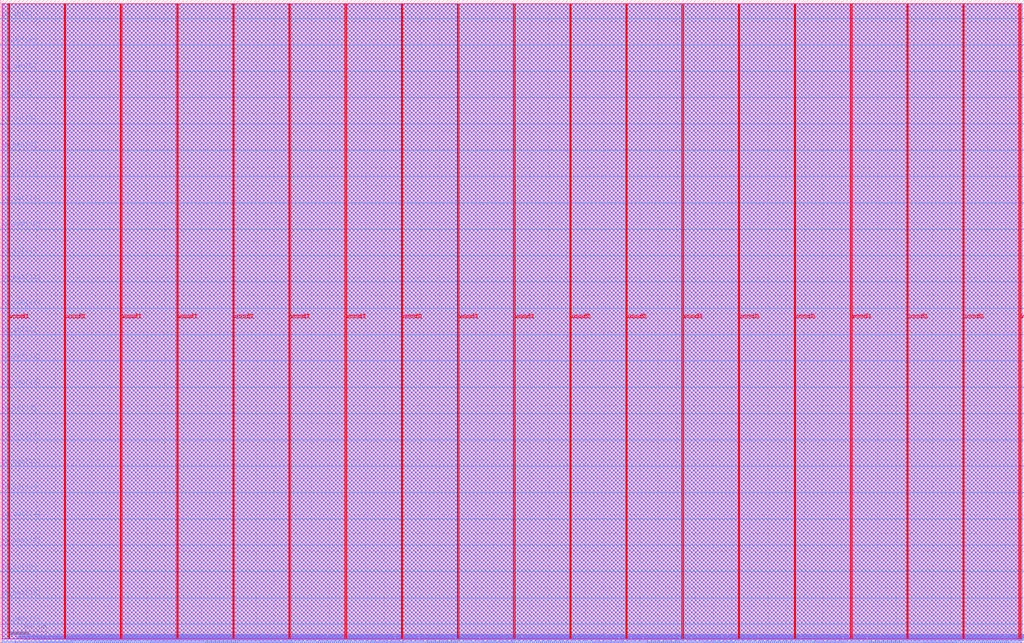
<source format=lef>
VERSION 5.7 ;
  NOWIREEXTENSIONATPIN ON ;
  DIVIDERCHAR "/" ;
  BUSBITCHARS "[]" ;
MACRO user_proj_example
  CLASS BLOCK ;
  FOREIGN user_proj_example ;
  ORIGIN 0.000 0.000 ;
  SIZE 2800.000 BY 1760.000 ;
  PIN io_in[0]
    DIRECTION INPUT ;
    USE SIGNAL ;
    PORT
      LAYER met3 ;
        RECT 2796.000 50.360 2800.000 50.960 ;
    END
  END io_in[0]
  PIN io_in[10]
    DIRECTION INPUT ;
    USE SIGNAL ;
    PORT
      LAYER met3 ;
        RECT 0.000 1275.720 4.000 1276.320 ;
    END
  END io_in[10]
  PIN io_in[11]
    DIRECTION INPUT ;
    USE SIGNAL ;
    PORT
      LAYER met3 ;
        RECT 0.000 1059.480 4.000 1060.080 ;
    END
  END io_in[11]
  PIN io_in[12]
    DIRECTION INPUT ;
    USE SIGNAL ;
    PORT
      LAYER met3 ;
        RECT 0.000 843.240 4.000 843.840 ;
    END
  END io_in[12]
  PIN io_in[13]
    DIRECTION INPUT ;
    USE SIGNAL ;
    PORT
      LAYER met3 ;
        RECT 0.000 627.000 4.000 627.600 ;
    END
  END io_in[13]
  PIN io_in[14]
    DIRECTION INPUT ;
    USE SIGNAL ;
    PORT
      LAYER met3 ;
        RECT 0.000 410.760 4.000 411.360 ;
    END
  END io_in[14]
  PIN io_in[15]
    DIRECTION INPUT ;
    USE SIGNAL ;
    PORT
      LAYER met3 ;
        RECT 0.000 194.520 4.000 195.120 ;
    END
  END io_in[15]
  PIN io_in[1]
    DIRECTION INPUT ;
    USE SIGNAL ;
    PORT
      LAYER met3 ;
        RECT 2796.000 266.600 2800.000 267.200 ;
    END
  END io_in[1]
  PIN io_in[2]
    DIRECTION INPUT ;
    USE SIGNAL ;
    PORT
      LAYER met3 ;
        RECT 2796.000 482.840 2800.000 483.440 ;
    END
  END io_in[2]
  PIN io_in[3]
    DIRECTION INPUT ;
    USE SIGNAL ;
    PORT
      LAYER met3 ;
        RECT 2796.000 699.080 2800.000 699.680 ;
    END
  END io_in[3]
  PIN io_in[4]
    DIRECTION INPUT ;
    USE SIGNAL ;
    PORT
      LAYER met3 ;
        RECT 2796.000 915.320 2800.000 915.920 ;
    END
  END io_in[4]
  PIN io_in[5]
    DIRECTION INPUT ;
    USE SIGNAL ;
    PORT
      LAYER met3 ;
        RECT 2796.000 1131.560 2800.000 1132.160 ;
    END
  END io_in[5]
  PIN io_in[6]
    DIRECTION INPUT ;
    USE SIGNAL ;
    PORT
      LAYER met3 ;
        RECT 2796.000 1347.800 2800.000 1348.400 ;
    END
  END io_in[6]
  PIN io_in[7]
    DIRECTION INPUT ;
    USE SIGNAL ;
    PORT
      LAYER met3 ;
        RECT 2796.000 1564.040 2800.000 1564.640 ;
    END
  END io_in[7]
  PIN io_in[8]
    DIRECTION INPUT ;
    USE SIGNAL ;
    PORT
      LAYER met3 ;
        RECT 0.000 1708.200 4.000 1708.800 ;
    END
  END io_in[8]
  PIN io_in[9]
    DIRECTION INPUT ;
    USE SIGNAL ;
    PORT
      LAYER met3 ;
        RECT 0.000 1491.960 4.000 1492.560 ;
    END
  END io_in[9]
  PIN io_oeb[0]
    DIRECTION OUTPUT ;
    USE SIGNAL ;
    ANTENNADIFFAREA 2.673000 ;
    PORT
      LAYER met3 ;
        RECT 2796.000 194.520 2800.000 195.120 ;
    END
  END io_oeb[0]
  PIN io_oeb[10]
    DIRECTION OUTPUT ;
    USE SIGNAL ;
    ANTENNADIFFAREA 2.673000 ;
    PORT
      LAYER met3 ;
        RECT 0.000 1131.560 4.000 1132.160 ;
    END
  END io_oeb[10]
  PIN io_oeb[11]
    DIRECTION OUTPUT ;
    USE SIGNAL ;
    ANTENNADIFFAREA 2.673000 ;
    PORT
      LAYER met3 ;
        RECT 0.000 915.320 4.000 915.920 ;
    END
  END io_oeb[11]
  PIN io_oeb[12]
    DIRECTION OUTPUT ;
    USE SIGNAL ;
    ANTENNADIFFAREA 2.673000 ;
    PORT
      LAYER met3 ;
        RECT 0.000 699.080 4.000 699.680 ;
    END
  END io_oeb[12]
  PIN io_oeb[13]
    DIRECTION OUTPUT ;
    USE SIGNAL ;
    ANTENNADIFFAREA 2.673000 ;
    PORT
      LAYER met3 ;
        RECT 0.000 482.840 4.000 483.440 ;
    END
  END io_oeb[13]
  PIN io_oeb[14]
    DIRECTION OUTPUT ;
    USE SIGNAL ;
    ANTENNADIFFAREA 2.673000 ;
    PORT
      LAYER met3 ;
        RECT 0.000 266.600 4.000 267.200 ;
    END
  END io_oeb[14]
  PIN io_oeb[15]
    DIRECTION OUTPUT ;
    USE SIGNAL ;
    ANTENNADIFFAREA 2.673000 ;
    PORT
      LAYER met3 ;
        RECT 0.000 50.360 4.000 50.960 ;
    END
  END io_oeb[15]
  PIN io_oeb[1]
    DIRECTION OUTPUT ;
    USE SIGNAL ;
    ANTENNADIFFAREA 2.673000 ;
    PORT
      LAYER met3 ;
        RECT 2796.000 410.760 2800.000 411.360 ;
    END
  END io_oeb[1]
  PIN io_oeb[2]
    DIRECTION OUTPUT ;
    USE SIGNAL ;
    ANTENNADIFFAREA 2.673000 ;
    PORT
      LAYER met3 ;
        RECT 2796.000 627.000 2800.000 627.600 ;
    END
  END io_oeb[2]
  PIN io_oeb[3]
    DIRECTION OUTPUT ;
    USE SIGNAL ;
    ANTENNADIFFAREA 2.673000 ;
    PORT
      LAYER met3 ;
        RECT 2796.000 843.240 2800.000 843.840 ;
    END
  END io_oeb[3]
  PIN io_oeb[4]
    DIRECTION OUTPUT ;
    USE SIGNAL ;
    ANTENNADIFFAREA 2.673000 ;
    PORT
      LAYER met3 ;
        RECT 2796.000 1059.480 2800.000 1060.080 ;
    END
  END io_oeb[4]
  PIN io_oeb[5]
    DIRECTION OUTPUT ;
    USE SIGNAL ;
    ANTENNADIFFAREA 2.673000 ;
    PORT
      LAYER met3 ;
        RECT 2796.000 1275.720 2800.000 1276.320 ;
    END
  END io_oeb[5]
  PIN io_oeb[6]
    DIRECTION OUTPUT ;
    USE SIGNAL ;
    ANTENNADIFFAREA 2.673000 ;
    PORT
      LAYER met3 ;
        RECT 2796.000 1491.960 2800.000 1492.560 ;
    END
  END io_oeb[6]
  PIN io_oeb[7]
    DIRECTION OUTPUT ;
    USE SIGNAL ;
    ANTENNADIFFAREA 2.673000 ;
    PORT
      LAYER met3 ;
        RECT 2796.000 1708.200 2800.000 1708.800 ;
    END
  END io_oeb[7]
  PIN io_oeb[8]
    DIRECTION OUTPUT ;
    USE SIGNAL ;
    ANTENNADIFFAREA 2.673000 ;
    PORT
      LAYER met3 ;
        RECT 0.000 1564.040 4.000 1564.640 ;
    END
  END io_oeb[8]
  PIN io_oeb[9]
    DIRECTION OUTPUT ;
    USE SIGNAL ;
    ANTENNADIFFAREA 2.673000 ;
    PORT
      LAYER met3 ;
        RECT 0.000 1347.800 4.000 1348.400 ;
    END
  END io_oeb[9]
  PIN io_out[0]
    DIRECTION OUTPUT ;
    USE SIGNAL ;
    ANTENNADIFFAREA 2.673000 ;
    PORT
      LAYER met3 ;
        RECT 2796.000 122.440 2800.000 123.040 ;
    END
  END io_out[0]
  PIN io_out[10]
    DIRECTION OUTPUT ;
    USE SIGNAL ;
    ANTENNADIFFAREA 2.673000 ;
    PORT
      LAYER met3 ;
        RECT 0.000 1203.640 4.000 1204.240 ;
    END
  END io_out[10]
  PIN io_out[11]
    DIRECTION OUTPUT ;
    USE SIGNAL ;
    ANTENNADIFFAREA 2.673000 ;
    PORT
      LAYER met3 ;
        RECT 0.000 987.400 4.000 988.000 ;
    END
  END io_out[11]
  PIN io_out[12]
    DIRECTION OUTPUT ;
    USE SIGNAL ;
    ANTENNADIFFAREA 2.673000 ;
    PORT
      LAYER met3 ;
        RECT 0.000 771.160 4.000 771.760 ;
    END
  END io_out[12]
  PIN io_out[13]
    DIRECTION OUTPUT ;
    USE SIGNAL ;
    ANTENNADIFFAREA 2.673000 ;
    PORT
      LAYER met3 ;
        RECT 0.000 554.920 4.000 555.520 ;
    END
  END io_out[13]
  PIN io_out[14]
    DIRECTION OUTPUT ;
    USE SIGNAL ;
    ANTENNADIFFAREA 2.673000 ;
    PORT
      LAYER met3 ;
        RECT 0.000 338.680 4.000 339.280 ;
    END
  END io_out[14]
  PIN io_out[15]
    DIRECTION OUTPUT ;
    USE SIGNAL ;
    ANTENNADIFFAREA 2.673000 ;
    PORT
      LAYER met3 ;
        RECT 0.000 122.440 4.000 123.040 ;
    END
  END io_out[15]
  PIN io_out[1]
    DIRECTION OUTPUT ;
    USE SIGNAL ;
    ANTENNADIFFAREA 2.673000 ;
    PORT
      LAYER met3 ;
        RECT 2796.000 338.680 2800.000 339.280 ;
    END
  END io_out[1]
  PIN io_out[2]
    DIRECTION OUTPUT ;
    USE SIGNAL ;
    ANTENNADIFFAREA 2.673000 ;
    PORT
      LAYER met3 ;
        RECT 2796.000 554.920 2800.000 555.520 ;
    END
  END io_out[2]
  PIN io_out[3]
    DIRECTION OUTPUT ;
    USE SIGNAL ;
    ANTENNADIFFAREA 2.673000 ;
    PORT
      LAYER met3 ;
        RECT 2796.000 771.160 2800.000 771.760 ;
    END
  END io_out[3]
  PIN io_out[4]
    DIRECTION OUTPUT ;
    USE SIGNAL ;
    ANTENNADIFFAREA 2.673000 ;
    PORT
      LAYER met3 ;
        RECT 2796.000 987.400 2800.000 988.000 ;
    END
  END io_out[4]
  PIN io_out[5]
    DIRECTION OUTPUT ;
    USE SIGNAL ;
    ANTENNADIFFAREA 2.673000 ;
    PORT
      LAYER met3 ;
        RECT 2796.000 1203.640 2800.000 1204.240 ;
    END
  END io_out[5]
  PIN io_out[6]
    DIRECTION OUTPUT ;
    USE SIGNAL ;
    ANTENNADIFFAREA 2.673000 ;
    PORT
      LAYER met3 ;
        RECT 2796.000 1419.880 2800.000 1420.480 ;
    END
  END io_out[6]
  PIN io_out[7]
    DIRECTION OUTPUT ;
    USE SIGNAL ;
    ANTENNADIFFAREA 2.673000 ;
    PORT
      LAYER met3 ;
        RECT 2796.000 1636.120 2800.000 1636.720 ;
    END
  END io_out[7]
  PIN io_out[8]
    DIRECTION OUTPUT ;
    USE SIGNAL ;
    ANTENNADIFFAREA 2.673000 ;
    PORT
      LAYER met3 ;
        RECT 0.000 1636.120 4.000 1636.720 ;
    END
  END io_out[8]
  PIN io_out[9]
    DIRECTION OUTPUT ;
    USE SIGNAL ;
    ANTENNADIFFAREA 2.673000 ;
    PORT
      LAYER met3 ;
        RECT 0.000 1419.880 4.000 1420.480 ;
    END
  END io_out[9]
  PIN irq[0]
    DIRECTION OUTPUT ;
    USE SIGNAL ;
    PORT
      LAYER met2 ;
        RECT 2746.750 0.000 2747.030 4.000 ;
    END
  END irq[0]
  PIN irq[1]
    DIRECTION OUTPUT ;
    USE SIGNAL ;
    PORT
      LAYER met2 ;
        RECT 2752.270 0.000 2752.550 4.000 ;
    END
  END irq[1]
  PIN irq[2]
    DIRECTION OUTPUT ;
    USE SIGNAL ;
    PORT
      LAYER met2 ;
        RECT 2757.790 0.000 2758.070 4.000 ;
    END
  END irq[2]
  PIN la_data_in[0]
    DIRECTION INPUT ;
    USE SIGNAL ;
    PORT
      LAYER met2 ;
        RECT 627.070 0.000 627.350 4.000 ;
    END
  END la_data_in[0]
  PIN la_data_in[100]
    DIRECTION INPUT ;
    USE SIGNAL ;
    PORT
      LAYER met2 ;
        RECT 2283.070 0.000 2283.350 4.000 ;
    END
  END la_data_in[100]
  PIN la_data_in[101]
    DIRECTION INPUT ;
    USE SIGNAL ;
    PORT
      LAYER met2 ;
        RECT 2299.630 0.000 2299.910 4.000 ;
    END
  END la_data_in[101]
  PIN la_data_in[102]
    DIRECTION INPUT ;
    USE SIGNAL ;
    PORT
      LAYER met2 ;
        RECT 2316.190 0.000 2316.470 4.000 ;
    END
  END la_data_in[102]
  PIN la_data_in[103]
    DIRECTION INPUT ;
    USE SIGNAL ;
    PORT
      LAYER met2 ;
        RECT 2332.750 0.000 2333.030 4.000 ;
    END
  END la_data_in[103]
  PIN la_data_in[104]
    DIRECTION INPUT ;
    USE SIGNAL ;
    PORT
      LAYER met2 ;
        RECT 2349.310 0.000 2349.590 4.000 ;
    END
  END la_data_in[104]
  PIN la_data_in[105]
    DIRECTION INPUT ;
    USE SIGNAL ;
    PORT
      LAYER met2 ;
        RECT 2365.870 0.000 2366.150 4.000 ;
    END
  END la_data_in[105]
  PIN la_data_in[106]
    DIRECTION INPUT ;
    USE SIGNAL ;
    PORT
      LAYER met2 ;
        RECT 2382.430 0.000 2382.710 4.000 ;
    END
  END la_data_in[106]
  PIN la_data_in[107]
    DIRECTION INPUT ;
    USE SIGNAL ;
    PORT
      LAYER met2 ;
        RECT 2398.990 0.000 2399.270 4.000 ;
    END
  END la_data_in[107]
  PIN la_data_in[108]
    DIRECTION INPUT ;
    USE SIGNAL ;
    PORT
      LAYER met2 ;
        RECT 2415.550 0.000 2415.830 4.000 ;
    END
  END la_data_in[108]
  PIN la_data_in[109]
    DIRECTION INPUT ;
    USE SIGNAL ;
    PORT
      LAYER met2 ;
        RECT 2432.110 0.000 2432.390 4.000 ;
    END
  END la_data_in[109]
  PIN la_data_in[10]
    DIRECTION INPUT ;
    USE SIGNAL ;
    PORT
      LAYER met2 ;
        RECT 792.670 0.000 792.950 4.000 ;
    END
  END la_data_in[10]
  PIN la_data_in[110]
    DIRECTION INPUT ;
    USE SIGNAL ;
    PORT
      LAYER met2 ;
        RECT 2448.670 0.000 2448.950 4.000 ;
    END
  END la_data_in[110]
  PIN la_data_in[111]
    DIRECTION INPUT ;
    USE SIGNAL ;
    PORT
      LAYER met2 ;
        RECT 2465.230 0.000 2465.510 4.000 ;
    END
  END la_data_in[111]
  PIN la_data_in[112]
    DIRECTION INPUT ;
    USE SIGNAL ;
    PORT
      LAYER met2 ;
        RECT 2481.790 0.000 2482.070 4.000 ;
    END
  END la_data_in[112]
  PIN la_data_in[113]
    DIRECTION INPUT ;
    USE SIGNAL ;
    PORT
      LAYER met2 ;
        RECT 2498.350 0.000 2498.630 4.000 ;
    END
  END la_data_in[113]
  PIN la_data_in[114]
    DIRECTION INPUT ;
    USE SIGNAL ;
    PORT
      LAYER met2 ;
        RECT 2514.910 0.000 2515.190 4.000 ;
    END
  END la_data_in[114]
  PIN la_data_in[115]
    DIRECTION INPUT ;
    USE SIGNAL ;
    PORT
      LAYER met2 ;
        RECT 2531.470 0.000 2531.750 4.000 ;
    END
  END la_data_in[115]
  PIN la_data_in[116]
    DIRECTION INPUT ;
    USE SIGNAL ;
    PORT
      LAYER met2 ;
        RECT 2548.030 0.000 2548.310 4.000 ;
    END
  END la_data_in[116]
  PIN la_data_in[117]
    DIRECTION INPUT ;
    USE SIGNAL ;
    PORT
      LAYER met2 ;
        RECT 2564.590 0.000 2564.870 4.000 ;
    END
  END la_data_in[117]
  PIN la_data_in[118]
    DIRECTION INPUT ;
    USE SIGNAL ;
    PORT
      LAYER met2 ;
        RECT 2581.150 0.000 2581.430 4.000 ;
    END
  END la_data_in[118]
  PIN la_data_in[119]
    DIRECTION INPUT ;
    USE SIGNAL ;
    PORT
      LAYER met2 ;
        RECT 2597.710 0.000 2597.990 4.000 ;
    END
  END la_data_in[119]
  PIN la_data_in[11]
    DIRECTION INPUT ;
    USE SIGNAL ;
    PORT
      LAYER met2 ;
        RECT 809.230 0.000 809.510 4.000 ;
    END
  END la_data_in[11]
  PIN la_data_in[120]
    DIRECTION INPUT ;
    USE SIGNAL ;
    PORT
      LAYER met2 ;
        RECT 2614.270 0.000 2614.550 4.000 ;
    END
  END la_data_in[120]
  PIN la_data_in[121]
    DIRECTION INPUT ;
    USE SIGNAL ;
    PORT
      LAYER met2 ;
        RECT 2630.830 0.000 2631.110 4.000 ;
    END
  END la_data_in[121]
  PIN la_data_in[122]
    DIRECTION INPUT ;
    USE SIGNAL ;
    PORT
      LAYER met2 ;
        RECT 2647.390 0.000 2647.670 4.000 ;
    END
  END la_data_in[122]
  PIN la_data_in[123]
    DIRECTION INPUT ;
    USE SIGNAL ;
    PORT
      LAYER met2 ;
        RECT 2663.950 0.000 2664.230 4.000 ;
    END
  END la_data_in[123]
  PIN la_data_in[124]
    DIRECTION INPUT ;
    USE SIGNAL ;
    PORT
      LAYER met2 ;
        RECT 2680.510 0.000 2680.790 4.000 ;
    END
  END la_data_in[124]
  PIN la_data_in[125]
    DIRECTION INPUT ;
    USE SIGNAL ;
    PORT
      LAYER met2 ;
        RECT 2697.070 0.000 2697.350 4.000 ;
    END
  END la_data_in[125]
  PIN la_data_in[126]
    DIRECTION INPUT ;
    USE SIGNAL ;
    PORT
      LAYER met2 ;
        RECT 2713.630 0.000 2713.910 4.000 ;
    END
  END la_data_in[126]
  PIN la_data_in[127]
    DIRECTION INPUT ;
    USE SIGNAL ;
    PORT
      LAYER met2 ;
        RECT 2730.190 0.000 2730.470 4.000 ;
    END
  END la_data_in[127]
  PIN la_data_in[12]
    DIRECTION INPUT ;
    USE SIGNAL ;
    PORT
      LAYER met2 ;
        RECT 825.790 0.000 826.070 4.000 ;
    END
  END la_data_in[12]
  PIN la_data_in[13]
    DIRECTION INPUT ;
    USE SIGNAL ;
    PORT
      LAYER met2 ;
        RECT 842.350 0.000 842.630 4.000 ;
    END
  END la_data_in[13]
  PIN la_data_in[14]
    DIRECTION INPUT ;
    USE SIGNAL ;
    PORT
      LAYER met2 ;
        RECT 858.910 0.000 859.190 4.000 ;
    END
  END la_data_in[14]
  PIN la_data_in[15]
    DIRECTION INPUT ;
    USE SIGNAL ;
    PORT
      LAYER met2 ;
        RECT 875.470 0.000 875.750 4.000 ;
    END
  END la_data_in[15]
  PIN la_data_in[16]
    DIRECTION INPUT ;
    USE SIGNAL ;
    PORT
      LAYER met2 ;
        RECT 892.030 0.000 892.310 4.000 ;
    END
  END la_data_in[16]
  PIN la_data_in[17]
    DIRECTION INPUT ;
    USE SIGNAL ;
    PORT
      LAYER met2 ;
        RECT 908.590 0.000 908.870 4.000 ;
    END
  END la_data_in[17]
  PIN la_data_in[18]
    DIRECTION INPUT ;
    USE SIGNAL ;
    PORT
      LAYER met2 ;
        RECT 925.150 0.000 925.430 4.000 ;
    END
  END la_data_in[18]
  PIN la_data_in[19]
    DIRECTION INPUT ;
    USE SIGNAL ;
    PORT
      LAYER met2 ;
        RECT 941.710 0.000 941.990 4.000 ;
    END
  END la_data_in[19]
  PIN la_data_in[1]
    DIRECTION INPUT ;
    USE SIGNAL ;
    PORT
      LAYER met2 ;
        RECT 643.630 0.000 643.910 4.000 ;
    END
  END la_data_in[1]
  PIN la_data_in[20]
    DIRECTION INPUT ;
    USE SIGNAL ;
    PORT
      LAYER met2 ;
        RECT 958.270 0.000 958.550 4.000 ;
    END
  END la_data_in[20]
  PIN la_data_in[21]
    DIRECTION INPUT ;
    USE SIGNAL ;
    PORT
      LAYER met2 ;
        RECT 974.830 0.000 975.110 4.000 ;
    END
  END la_data_in[21]
  PIN la_data_in[22]
    DIRECTION INPUT ;
    USE SIGNAL ;
    PORT
      LAYER met2 ;
        RECT 991.390 0.000 991.670 4.000 ;
    END
  END la_data_in[22]
  PIN la_data_in[23]
    DIRECTION INPUT ;
    USE SIGNAL ;
    PORT
      LAYER met2 ;
        RECT 1007.950 0.000 1008.230 4.000 ;
    END
  END la_data_in[23]
  PIN la_data_in[24]
    DIRECTION INPUT ;
    USE SIGNAL ;
    PORT
      LAYER met2 ;
        RECT 1024.510 0.000 1024.790 4.000 ;
    END
  END la_data_in[24]
  PIN la_data_in[25]
    DIRECTION INPUT ;
    USE SIGNAL ;
    PORT
      LAYER met2 ;
        RECT 1041.070 0.000 1041.350 4.000 ;
    END
  END la_data_in[25]
  PIN la_data_in[26]
    DIRECTION INPUT ;
    USE SIGNAL ;
    PORT
      LAYER met2 ;
        RECT 1057.630 0.000 1057.910 4.000 ;
    END
  END la_data_in[26]
  PIN la_data_in[27]
    DIRECTION INPUT ;
    USE SIGNAL ;
    PORT
      LAYER met2 ;
        RECT 1074.190 0.000 1074.470 4.000 ;
    END
  END la_data_in[27]
  PIN la_data_in[28]
    DIRECTION INPUT ;
    USE SIGNAL ;
    PORT
      LAYER met2 ;
        RECT 1090.750 0.000 1091.030 4.000 ;
    END
  END la_data_in[28]
  PIN la_data_in[29]
    DIRECTION INPUT ;
    USE SIGNAL ;
    PORT
      LAYER met2 ;
        RECT 1107.310 0.000 1107.590 4.000 ;
    END
  END la_data_in[29]
  PIN la_data_in[2]
    DIRECTION INPUT ;
    USE SIGNAL ;
    PORT
      LAYER met2 ;
        RECT 660.190 0.000 660.470 4.000 ;
    END
  END la_data_in[2]
  PIN la_data_in[30]
    DIRECTION INPUT ;
    USE SIGNAL ;
    PORT
      LAYER met2 ;
        RECT 1123.870 0.000 1124.150 4.000 ;
    END
  END la_data_in[30]
  PIN la_data_in[31]
    DIRECTION INPUT ;
    USE SIGNAL ;
    PORT
      LAYER met2 ;
        RECT 1140.430 0.000 1140.710 4.000 ;
    END
  END la_data_in[31]
  PIN la_data_in[32]
    DIRECTION INPUT ;
    USE SIGNAL ;
    PORT
      LAYER met2 ;
        RECT 1156.990 0.000 1157.270 4.000 ;
    END
  END la_data_in[32]
  PIN la_data_in[33]
    DIRECTION INPUT ;
    USE SIGNAL ;
    PORT
      LAYER met2 ;
        RECT 1173.550 0.000 1173.830 4.000 ;
    END
  END la_data_in[33]
  PIN la_data_in[34]
    DIRECTION INPUT ;
    USE SIGNAL ;
    PORT
      LAYER met2 ;
        RECT 1190.110 0.000 1190.390 4.000 ;
    END
  END la_data_in[34]
  PIN la_data_in[35]
    DIRECTION INPUT ;
    USE SIGNAL ;
    PORT
      LAYER met2 ;
        RECT 1206.670 0.000 1206.950 4.000 ;
    END
  END la_data_in[35]
  PIN la_data_in[36]
    DIRECTION INPUT ;
    USE SIGNAL ;
    PORT
      LAYER met2 ;
        RECT 1223.230 0.000 1223.510 4.000 ;
    END
  END la_data_in[36]
  PIN la_data_in[37]
    DIRECTION INPUT ;
    USE SIGNAL ;
    PORT
      LAYER met2 ;
        RECT 1239.790 0.000 1240.070 4.000 ;
    END
  END la_data_in[37]
  PIN la_data_in[38]
    DIRECTION INPUT ;
    USE SIGNAL ;
    PORT
      LAYER met2 ;
        RECT 1256.350 0.000 1256.630 4.000 ;
    END
  END la_data_in[38]
  PIN la_data_in[39]
    DIRECTION INPUT ;
    USE SIGNAL ;
    PORT
      LAYER met2 ;
        RECT 1272.910 0.000 1273.190 4.000 ;
    END
  END la_data_in[39]
  PIN la_data_in[3]
    DIRECTION INPUT ;
    USE SIGNAL ;
    PORT
      LAYER met2 ;
        RECT 676.750 0.000 677.030 4.000 ;
    END
  END la_data_in[3]
  PIN la_data_in[40]
    DIRECTION INPUT ;
    USE SIGNAL ;
    PORT
      LAYER met2 ;
        RECT 1289.470 0.000 1289.750 4.000 ;
    END
  END la_data_in[40]
  PIN la_data_in[41]
    DIRECTION INPUT ;
    USE SIGNAL ;
    PORT
      LAYER met2 ;
        RECT 1306.030 0.000 1306.310 4.000 ;
    END
  END la_data_in[41]
  PIN la_data_in[42]
    DIRECTION INPUT ;
    USE SIGNAL ;
    PORT
      LAYER met2 ;
        RECT 1322.590 0.000 1322.870 4.000 ;
    END
  END la_data_in[42]
  PIN la_data_in[43]
    DIRECTION INPUT ;
    USE SIGNAL ;
    PORT
      LAYER met2 ;
        RECT 1339.150 0.000 1339.430 4.000 ;
    END
  END la_data_in[43]
  PIN la_data_in[44]
    DIRECTION INPUT ;
    USE SIGNAL ;
    PORT
      LAYER met2 ;
        RECT 1355.710 0.000 1355.990 4.000 ;
    END
  END la_data_in[44]
  PIN la_data_in[45]
    DIRECTION INPUT ;
    USE SIGNAL ;
    PORT
      LAYER met2 ;
        RECT 1372.270 0.000 1372.550 4.000 ;
    END
  END la_data_in[45]
  PIN la_data_in[46]
    DIRECTION INPUT ;
    USE SIGNAL ;
    PORT
      LAYER met2 ;
        RECT 1388.830 0.000 1389.110 4.000 ;
    END
  END la_data_in[46]
  PIN la_data_in[47]
    DIRECTION INPUT ;
    USE SIGNAL ;
    PORT
      LAYER met2 ;
        RECT 1405.390 0.000 1405.670 4.000 ;
    END
  END la_data_in[47]
  PIN la_data_in[48]
    DIRECTION INPUT ;
    USE SIGNAL ;
    ANTENNAGATEAREA 0.647700 ;
    ANTENNADIFFAREA 0.434700 ;
    PORT
      LAYER met2 ;
        RECT 1421.950 0.000 1422.230 4.000 ;
    END
  END la_data_in[48]
  PIN la_data_in[49]
    DIRECTION INPUT ;
    USE SIGNAL ;
    ANTENNAGATEAREA 0.560700 ;
    ANTENNADIFFAREA 0.434700 ;
    PORT
      LAYER met2 ;
        RECT 1438.510 0.000 1438.790 4.000 ;
    END
  END la_data_in[49]
  PIN la_data_in[4]
    DIRECTION INPUT ;
    USE SIGNAL ;
    PORT
      LAYER met2 ;
        RECT 693.310 0.000 693.590 4.000 ;
    END
  END la_data_in[4]
  PIN la_data_in[50]
    DIRECTION INPUT ;
    USE SIGNAL ;
    ANTENNAGATEAREA 0.631200 ;
    ANTENNADIFFAREA 0.434700 ;
    PORT
      LAYER met2 ;
        RECT 1455.070 0.000 1455.350 4.000 ;
    END
  END la_data_in[50]
  PIN la_data_in[51]
    DIRECTION INPUT ;
    USE SIGNAL ;
    ANTENNAGATEAREA 0.631200 ;
    ANTENNADIFFAREA 0.434700 ;
    PORT
      LAYER met2 ;
        RECT 1471.630 0.000 1471.910 4.000 ;
    END
  END la_data_in[51]
  PIN la_data_in[52]
    DIRECTION INPUT ;
    USE SIGNAL ;
    ANTENNAGATEAREA 0.560700 ;
    ANTENNADIFFAREA 0.434700 ;
    PORT
      LAYER met2 ;
        RECT 1488.190 0.000 1488.470 4.000 ;
    END
  END la_data_in[52]
  PIN la_data_in[53]
    DIRECTION INPUT ;
    USE SIGNAL ;
    ANTENNAGATEAREA 0.560700 ;
    ANTENNADIFFAREA 0.434700 ;
    PORT
      LAYER met2 ;
        RECT 1504.750 0.000 1505.030 4.000 ;
    END
  END la_data_in[53]
  PIN la_data_in[54]
    DIRECTION INPUT ;
    USE SIGNAL ;
    ANTENNAGATEAREA 0.560700 ;
    ANTENNADIFFAREA 0.434700 ;
    PORT
      LAYER met2 ;
        RECT 1521.310 0.000 1521.590 4.000 ;
    END
  END la_data_in[54]
  PIN la_data_in[55]
    DIRECTION INPUT ;
    USE SIGNAL ;
    ANTENNAGATEAREA 0.560700 ;
    ANTENNADIFFAREA 0.434700 ;
    PORT
      LAYER met2 ;
        RECT 1537.870 0.000 1538.150 4.000 ;
    END
  END la_data_in[55]
  PIN la_data_in[56]
    DIRECTION INPUT ;
    USE SIGNAL ;
    ANTENNAGATEAREA 0.560700 ;
    ANTENNADIFFAREA 0.434700 ;
    PORT
      LAYER met2 ;
        RECT 1554.430 0.000 1554.710 4.000 ;
    END
  END la_data_in[56]
  PIN la_data_in[57]
    DIRECTION INPUT ;
    USE SIGNAL ;
    ANTENNAGATEAREA 0.560700 ;
    ANTENNADIFFAREA 0.434700 ;
    PORT
      LAYER met2 ;
        RECT 1570.990 0.000 1571.270 4.000 ;
    END
  END la_data_in[57]
  PIN la_data_in[58]
    DIRECTION INPUT ;
    USE SIGNAL ;
    ANTENNAGATEAREA 0.560700 ;
    ANTENNADIFFAREA 0.434700 ;
    PORT
      LAYER met2 ;
        RECT 1587.550 0.000 1587.830 4.000 ;
    END
  END la_data_in[58]
  PIN la_data_in[59]
    DIRECTION INPUT ;
    USE SIGNAL ;
    ANTENNAGATEAREA 0.560700 ;
    ANTENNADIFFAREA 0.434700 ;
    PORT
      LAYER met2 ;
        RECT 1604.110 0.000 1604.390 4.000 ;
    END
  END la_data_in[59]
  PIN la_data_in[5]
    DIRECTION INPUT ;
    USE SIGNAL ;
    PORT
      LAYER met2 ;
        RECT 709.870 0.000 710.150 4.000 ;
    END
  END la_data_in[5]
  PIN la_data_in[60]
    DIRECTION INPUT ;
    USE SIGNAL ;
    ANTENNAGATEAREA 0.560700 ;
    ANTENNADIFFAREA 0.434700 ;
    PORT
      LAYER met2 ;
        RECT 1620.670 0.000 1620.950 4.000 ;
    END
  END la_data_in[60]
  PIN la_data_in[61]
    DIRECTION INPUT ;
    USE SIGNAL ;
    ANTENNAGATEAREA 0.631200 ;
    ANTENNADIFFAREA 0.434700 ;
    PORT
      LAYER met2 ;
        RECT 1637.230 0.000 1637.510 4.000 ;
    END
  END la_data_in[61]
  PIN la_data_in[62]
    DIRECTION INPUT ;
    USE SIGNAL ;
    ANTENNAGATEAREA 0.631200 ;
    ANTENNADIFFAREA 0.434700 ;
    PORT
      LAYER met2 ;
        RECT 1653.790 0.000 1654.070 4.000 ;
    END
  END la_data_in[62]
  PIN la_data_in[63]
    DIRECTION INPUT ;
    USE SIGNAL ;
    ANTENNAGATEAREA 0.560700 ;
    ANTENNADIFFAREA 0.434700 ;
    PORT
      LAYER met2 ;
        RECT 1670.350 0.000 1670.630 4.000 ;
    END
  END la_data_in[63]
  PIN la_data_in[64]
    DIRECTION INPUT ;
    USE SIGNAL ;
    ANTENNAGATEAREA 0.682200 ;
    ANTENNADIFFAREA 0.434700 ;
    PORT
      LAYER met2 ;
        RECT 1686.910 0.000 1687.190 4.000 ;
    END
  END la_data_in[64]
  PIN la_data_in[65]
    DIRECTION INPUT ;
    USE SIGNAL ;
    ANTENNAGATEAREA 0.560700 ;
    ANTENNADIFFAREA 0.434700 ;
    PORT
      LAYER met2 ;
        RECT 1703.470 0.000 1703.750 4.000 ;
    END
  END la_data_in[65]
  PIN la_data_in[66]
    DIRECTION INPUT ;
    USE SIGNAL ;
    PORT
      LAYER met2 ;
        RECT 1720.030 0.000 1720.310 4.000 ;
    END
  END la_data_in[66]
  PIN la_data_in[67]
    DIRECTION INPUT ;
    USE SIGNAL ;
    PORT
      LAYER met2 ;
        RECT 1736.590 0.000 1736.870 4.000 ;
    END
  END la_data_in[67]
  PIN la_data_in[68]
    DIRECTION INPUT ;
    USE SIGNAL ;
    PORT
      LAYER met2 ;
        RECT 1753.150 0.000 1753.430 4.000 ;
    END
  END la_data_in[68]
  PIN la_data_in[69]
    DIRECTION INPUT ;
    USE SIGNAL ;
    PORT
      LAYER met2 ;
        RECT 1769.710 0.000 1769.990 4.000 ;
    END
  END la_data_in[69]
  PIN la_data_in[6]
    DIRECTION INPUT ;
    USE SIGNAL ;
    PORT
      LAYER met2 ;
        RECT 726.430 0.000 726.710 4.000 ;
    END
  END la_data_in[6]
  PIN la_data_in[70]
    DIRECTION INPUT ;
    USE SIGNAL ;
    PORT
      LAYER met2 ;
        RECT 1786.270 0.000 1786.550 4.000 ;
    END
  END la_data_in[70]
  PIN la_data_in[71]
    DIRECTION INPUT ;
    USE SIGNAL ;
    PORT
      LAYER met2 ;
        RECT 1802.830 0.000 1803.110 4.000 ;
    END
  END la_data_in[71]
  PIN la_data_in[72]
    DIRECTION INPUT ;
    USE SIGNAL ;
    PORT
      LAYER met2 ;
        RECT 1819.390 0.000 1819.670 4.000 ;
    END
  END la_data_in[72]
  PIN la_data_in[73]
    DIRECTION INPUT ;
    USE SIGNAL ;
    PORT
      LAYER met2 ;
        RECT 1835.950 0.000 1836.230 4.000 ;
    END
  END la_data_in[73]
  PIN la_data_in[74]
    DIRECTION INPUT ;
    USE SIGNAL ;
    PORT
      LAYER met2 ;
        RECT 1852.510 0.000 1852.790 4.000 ;
    END
  END la_data_in[74]
  PIN la_data_in[75]
    DIRECTION INPUT ;
    USE SIGNAL ;
    PORT
      LAYER met2 ;
        RECT 1869.070 0.000 1869.350 4.000 ;
    END
  END la_data_in[75]
  PIN la_data_in[76]
    DIRECTION INPUT ;
    USE SIGNAL ;
    PORT
      LAYER met2 ;
        RECT 1885.630 0.000 1885.910 4.000 ;
    END
  END la_data_in[76]
  PIN la_data_in[77]
    DIRECTION INPUT ;
    USE SIGNAL ;
    PORT
      LAYER met2 ;
        RECT 1902.190 0.000 1902.470 4.000 ;
    END
  END la_data_in[77]
  PIN la_data_in[78]
    DIRECTION INPUT ;
    USE SIGNAL ;
    PORT
      LAYER met2 ;
        RECT 1918.750 0.000 1919.030 4.000 ;
    END
  END la_data_in[78]
  PIN la_data_in[79]
    DIRECTION INPUT ;
    USE SIGNAL ;
    PORT
      LAYER met2 ;
        RECT 1935.310 0.000 1935.590 4.000 ;
    END
  END la_data_in[79]
  PIN la_data_in[7]
    DIRECTION INPUT ;
    USE SIGNAL ;
    PORT
      LAYER met2 ;
        RECT 742.990 0.000 743.270 4.000 ;
    END
  END la_data_in[7]
  PIN la_data_in[80]
    DIRECTION INPUT ;
    USE SIGNAL ;
    PORT
      LAYER met2 ;
        RECT 1951.870 0.000 1952.150 4.000 ;
    END
  END la_data_in[80]
  PIN la_data_in[81]
    DIRECTION INPUT ;
    USE SIGNAL ;
    PORT
      LAYER met2 ;
        RECT 1968.430 0.000 1968.710 4.000 ;
    END
  END la_data_in[81]
  PIN la_data_in[82]
    DIRECTION INPUT ;
    USE SIGNAL ;
    PORT
      LAYER met2 ;
        RECT 1984.990 0.000 1985.270 4.000 ;
    END
  END la_data_in[82]
  PIN la_data_in[83]
    DIRECTION INPUT ;
    USE SIGNAL ;
    PORT
      LAYER met2 ;
        RECT 2001.550 0.000 2001.830 4.000 ;
    END
  END la_data_in[83]
  PIN la_data_in[84]
    DIRECTION INPUT ;
    USE SIGNAL ;
    PORT
      LAYER met2 ;
        RECT 2018.110 0.000 2018.390 4.000 ;
    END
  END la_data_in[84]
  PIN la_data_in[85]
    DIRECTION INPUT ;
    USE SIGNAL ;
    PORT
      LAYER met2 ;
        RECT 2034.670 0.000 2034.950 4.000 ;
    END
  END la_data_in[85]
  PIN la_data_in[86]
    DIRECTION INPUT ;
    USE SIGNAL ;
    PORT
      LAYER met2 ;
        RECT 2051.230 0.000 2051.510 4.000 ;
    END
  END la_data_in[86]
  PIN la_data_in[87]
    DIRECTION INPUT ;
    USE SIGNAL ;
    PORT
      LAYER met2 ;
        RECT 2067.790 0.000 2068.070 4.000 ;
    END
  END la_data_in[87]
  PIN la_data_in[88]
    DIRECTION INPUT ;
    USE SIGNAL ;
    PORT
      LAYER met2 ;
        RECT 2084.350 0.000 2084.630 4.000 ;
    END
  END la_data_in[88]
  PIN la_data_in[89]
    DIRECTION INPUT ;
    USE SIGNAL ;
    PORT
      LAYER met2 ;
        RECT 2100.910 0.000 2101.190 4.000 ;
    END
  END la_data_in[89]
  PIN la_data_in[8]
    DIRECTION INPUT ;
    USE SIGNAL ;
    PORT
      LAYER met2 ;
        RECT 759.550 0.000 759.830 4.000 ;
    END
  END la_data_in[8]
  PIN la_data_in[90]
    DIRECTION INPUT ;
    USE SIGNAL ;
    PORT
      LAYER met2 ;
        RECT 2117.470 0.000 2117.750 4.000 ;
    END
  END la_data_in[90]
  PIN la_data_in[91]
    DIRECTION INPUT ;
    USE SIGNAL ;
    PORT
      LAYER met2 ;
        RECT 2134.030 0.000 2134.310 4.000 ;
    END
  END la_data_in[91]
  PIN la_data_in[92]
    DIRECTION INPUT ;
    USE SIGNAL ;
    PORT
      LAYER met2 ;
        RECT 2150.590 0.000 2150.870 4.000 ;
    END
  END la_data_in[92]
  PIN la_data_in[93]
    DIRECTION INPUT ;
    USE SIGNAL ;
    PORT
      LAYER met2 ;
        RECT 2167.150 0.000 2167.430 4.000 ;
    END
  END la_data_in[93]
  PIN la_data_in[94]
    DIRECTION INPUT ;
    USE SIGNAL ;
    PORT
      LAYER met2 ;
        RECT 2183.710 0.000 2183.990 4.000 ;
    END
  END la_data_in[94]
  PIN la_data_in[95]
    DIRECTION INPUT ;
    USE SIGNAL ;
    PORT
      LAYER met2 ;
        RECT 2200.270 0.000 2200.550 4.000 ;
    END
  END la_data_in[95]
  PIN la_data_in[96]
    DIRECTION INPUT ;
    USE SIGNAL ;
    PORT
      LAYER met2 ;
        RECT 2216.830 0.000 2217.110 4.000 ;
    END
  END la_data_in[96]
  PIN la_data_in[97]
    DIRECTION INPUT ;
    USE SIGNAL ;
    PORT
      LAYER met2 ;
        RECT 2233.390 0.000 2233.670 4.000 ;
    END
  END la_data_in[97]
  PIN la_data_in[98]
    DIRECTION INPUT ;
    USE SIGNAL ;
    PORT
      LAYER met2 ;
        RECT 2249.950 0.000 2250.230 4.000 ;
    END
  END la_data_in[98]
  PIN la_data_in[99]
    DIRECTION INPUT ;
    USE SIGNAL ;
    PORT
      LAYER met2 ;
        RECT 2266.510 0.000 2266.790 4.000 ;
    END
  END la_data_in[99]
  PIN la_data_in[9]
    DIRECTION INPUT ;
    USE SIGNAL ;
    PORT
      LAYER met2 ;
        RECT 776.110 0.000 776.390 4.000 ;
    END
  END la_data_in[9]
  PIN la_data_out[0]
    DIRECTION OUTPUT ;
    USE SIGNAL ;
    ANTENNADIFFAREA 2.673000 ;
    PORT
      LAYER met2 ;
        RECT 632.590 0.000 632.870 4.000 ;
    END
  END la_data_out[0]
  PIN la_data_out[100]
    DIRECTION OUTPUT ;
    USE SIGNAL ;
    PORT
      LAYER met2 ;
        RECT 2288.590 0.000 2288.870 4.000 ;
    END
  END la_data_out[100]
  PIN la_data_out[101]
    DIRECTION OUTPUT ;
    USE SIGNAL ;
    PORT
      LAYER met2 ;
        RECT 2305.150 0.000 2305.430 4.000 ;
    END
  END la_data_out[101]
  PIN la_data_out[102]
    DIRECTION OUTPUT ;
    USE SIGNAL ;
    PORT
      LAYER met2 ;
        RECT 2321.710 0.000 2321.990 4.000 ;
    END
  END la_data_out[102]
  PIN la_data_out[103]
    DIRECTION OUTPUT ;
    USE SIGNAL ;
    PORT
      LAYER met2 ;
        RECT 2338.270 0.000 2338.550 4.000 ;
    END
  END la_data_out[103]
  PIN la_data_out[104]
    DIRECTION OUTPUT ;
    USE SIGNAL ;
    PORT
      LAYER met2 ;
        RECT 2354.830 0.000 2355.110 4.000 ;
    END
  END la_data_out[104]
  PIN la_data_out[105]
    DIRECTION OUTPUT ;
    USE SIGNAL ;
    PORT
      LAYER met2 ;
        RECT 2371.390 0.000 2371.670 4.000 ;
    END
  END la_data_out[105]
  PIN la_data_out[106]
    DIRECTION OUTPUT ;
    USE SIGNAL ;
    PORT
      LAYER met2 ;
        RECT 2387.950 0.000 2388.230 4.000 ;
    END
  END la_data_out[106]
  PIN la_data_out[107]
    DIRECTION OUTPUT ;
    USE SIGNAL ;
    PORT
      LAYER met2 ;
        RECT 2404.510 0.000 2404.790 4.000 ;
    END
  END la_data_out[107]
  PIN la_data_out[108]
    DIRECTION OUTPUT ;
    USE SIGNAL ;
    PORT
      LAYER met2 ;
        RECT 2421.070 0.000 2421.350 4.000 ;
    END
  END la_data_out[108]
  PIN la_data_out[109]
    DIRECTION OUTPUT ;
    USE SIGNAL ;
    PORT
      LAYER met2 ;
        RECT 2437.630 0.000 2437.910 4.000 ;
    END
  END la_data_out[109]
  PIN la_data_out[10]
    DIRECTION OUTPUT ;
    USE SIGNAL ;
    ANTENNADIFFAREA 2.673000 ;
    PORT
      LAYER met2 ;
        RECT 798.190 0.000 798.470 4.000 ;
    END
  END la_data_out[10]
  PIN la_data_out[110]
    DIRECTION OUTPUT ;
    USE SIGNAL ;
    PORT
      LAYER met2 ;
        RECT 2454.190 0.000 2454.470 4.000 ;
    END
  END la_data_out[110]
  PIN la_data_out[111]
    DIRECTION OUTPUT ;
    USE SIGNAL ;
    PORT
      LAYER met2 ;
        RECT 2470.750 0.000 2471.030 4.000 ;
    END
  END la_data_out[111]
  PIN la_data_out[112]
    DIRECTION OUTPUT ;
    USE SIGNAL ;
    PORT
      LAYER met2 ;
        RECT 2487.310 0.000 2487.590 4.000 ;
    END
  END la_data_out[112]
  PIN la_data_out[113]
    DIRECTION OUTPUT ;
    USE SIGNAL ;
    PORT
      LAYER met2 ;
        RECT 2503.870 0.000 2504.150 4.000 ;
    END
  END la_data_out[113]
  PIN la_data_out[114]
    DIRECTION OUTPUT ;
    USE SIGNAL ;
    PORT
      LAYER met2 ;
        RECT 2520.430 0.000 2520.710 4.000 ;
    END
  END la_data_out[114]
  PIN la_data_out[115]
    DIRECTION OUTPUT ;
    USE SIGNAL ;
    PORT
      LAYER met2 ;
        RECT 2536.990 0.000 2537.270 4.000 ;
    END
  END la_data_out[115]
  PIN la_data_out[116]
    DIRECTION OUTPUT ;
    USE SIGNAL ;
    PORT
      LAYER met2 ;
        RECT 2553.550 0.000 2553.830 4.000 ;
    END
  END la_data_out[116]
  PIN la_data_out[117]
    DIRECTION OUTPUT ;
    USE SIGNAL ;
    PORT
      LAYER met2 ;
        RECT 2570.110 0.000 2570.390 4.000 ;
    END
  END la_data_out[117]
  PIN la_data_out[118]
    DIRECTION OUTPUT ;
    USE SIGNAL ;
    PORT
      LAYER met2 ;
        RECT 2586.670 0.000 2586.950 4.000 ;
    END
  END la_data_out[118]
  PIN la_data_out[119]
    DIRECTION OUTPUT ;
    USE SIGNAL ;
    PORT
      LAYER met2 ;
        RECT 2603.230 0.000 2603.510 4.000 ;
    END
  END la_data_out[119]
  PIN la_data_out[11]
    DIRECTION OUTPUT ;
    USE SIGNAL ;
    ANTENNADIFFAREA 2.673000 ;
    PORT
      LAYER met2 ;
        RECT 814.750 0.000 815.030 4.000 ;
    END
  END la_data_out[11]
  PIN la_data_out[120]
    DIRECTION OUTPUT ;
    USE SIGNAL ;
    PORT
      LAYER met2 ;
        RECT 2619.790 0.000 2620.070 4.000 ;
    END
  END la_data_out[120]
  PIN la_data_out[121]
    DIRECTION OUTPUT ;
    USE SIGNAL ;
    PORT
      LAYER met2 ;
        RECT 2636.350 0.000 2636.630 4.000 ;
    END
  END la_data_out[121]
  PIN la_data_out[122]
    DIRECTION OUTPUT ;
    USE SIGNAL ;
    PORT
      LAYER met2 ;
        RECT 2652.910 0.000 2653.190 4.000 ;
    END
  END la_data_out[122]
  PIN la_data_out[123]
    DIRECTION OUTPUT ;
    USE SIGNAL ;
    PORT
      LAYER met2 ;
        RECT 2669.470 0.000 2669.750 4.000 ;
    END
  END la_data_out[123]
  PIN la_data_out[124]
    DIRECTION OUTPUT ;
    USE SIGNAL ;
    PORT
      LAYER met2 ;
        RECT 2686.030 0.000 2686.310 4.000 ;
    END
  END la_data_out[124]
  PIN la_data_out[125]
    DIRECTION OUTPUT ;
    USE SIGNAL ;
    PORT
      LAYER met2 ;
        RECT 2702.590 0.000 2702.870 4.000 ;
    END
  END la_data_out[125]
  PIN la_data_out[126]
    DIRECTION OUTPUT ;
    USE SIGNAL ;
    PORT
      LAYER met2 ;
        RECT 2719.150 0.000 2719.430 4.000 ;
    END
  END la_data_out[126]
  PIN la_data_out[127]
    DIRECTION OUTPUT ;
    USE SIGNAL ;
    PORT
      LAYER met2 ;
        RECT 2735.710 0.000 2735.990 4.000 ;
    END
  END la_data_out[127]
  PIN la_data_out[12]
    DIRECTION OUTPUT ;
    USE SIGNAL ;
    ANTENNADIFFAREA 2.673000 ;
    PORT
      LAYER met2 ;
        RECT 831.310 0.000 831.590 4.000 ;
    END
  END la_data_out[12]
  PIN la_data_out[13]
    DIRECTION OUTPUT ;
    USE SIGNAL ;
    ANTENNADIFFAREA 2.673000 ;
    PORT
      LAYER met2 ;
        RECT 847.870 0.000 848.150 4.000 ;
    END
  END la_data_out[13]
  PIN la_data_out[14]
    DIRECTION OUTPUT ;
    USE SIGNAL ;
    ANTENNADIFFAREA 2.673000 ;
    PORT
      LAYER met2 ;
        RECT 864.430 0.000 864.710 4.000 ;
    END
  END la_data_out[14]
  PIN la_data_out[15]
    DIRECTION OUTPUT ;
    USE SIGNAL ;
    ANTENNADIFFAREA 2.673000 ;
    PORT
      LAYER met2 ;
        RECT 880.990 0.000 881.270 4.000 ;
    END
  END la_data_out[15]
  PIN la_data_out[16]
    DIRECTION OUTPUT ;
    USE SIGNAL ;
    PORT
      LAYER met2 ;
        RECT 897.550 0.000 897.830 4.000 ;
    END
  END la_data_out[16]
  PIN la_data_out[17]
    DIRECTION OUTPUT ;
    USE SIGNAL ;
    PORT
      LAYER met2 ;
        RECT 914.110 0.000 914.390 4.000 ;
    END
  END la_data_out[17]
  PIN la_data_out[18]
    DIRECTION OUTPUT ;
    USE SIGNAL ;
    PORT
      LAYER met2 ;
        RECT 930.670 0.000 930.950 4.000 ;
    END
  END la_data_out[18]
  PIN la_data_out[19]
    DIRECTION OUTPUT ;
    USE SIGNAL ;
    PORT
      LAYER met2 ;
        RECT 947.230 0.000 947.510 4.000 ;
    END
  END la_data_out[19]
  PIN la_data_out[1]
    DIRECTION OUTPUT ;
    USE SIGNAL ;
    ANTENNADIFFAREA 2.673000 ;
    PORT
      LAYER met2 ;
        RECT 649.150 0.000 649.430 4.000 ;
    END
  END la_data_out[1]
  PIN la_data_out[20]
    DIRECTION OUTPUT ;
    USE SIGNAL ;
    PORT
      LAYER met2 ;
        RECT 963.790 0.000 964.070 4.000 ;
    END
  END la_data_out[20]
  PIN la_data_out[21]
    DIRECTION OUTPUT ;
    USE SIGNAL ;
    PORT
      LAYER met2 ;
        RECT 980.350 0.000 980.630 4.000 ;
    END
  END la_data_out[21]
  PIN la_data_out[22]
    DIRECTION OUTPUT ;
    USE SIGNAL ;
    PORT
      LAYER met2 ;
        RECT 996.910 0.000 997.190 4.000 ;
    END
  END la_data_out[22]
  PIN la_data_out[23]
    DIRECTION OUTPUT ;
    USE SIGNAL ;
    PORT
      LAYER met2 ;
        RECT 1013.470 0.000 1013.750 4.000 ;
    END
  END la_data_out[23]
  PIN la_data_out[24]
    DIRECTION OUTPUT ;
    USE SIGNAL ;
    PORT
      LAYER met2 ;
        RECT 1030.030 0.000 1030.310 4.000 ;
    END
  END la_data_out[24]
  PIN la_data_out[25]
    DIRECTION OUTPUT ;
    USE SIGNAL ;
    PORT
      LAYER met2 ;
        RECT 1046.590 0.000 1046.870 4.000 ;
    END
  END la_data_out[25]
  PIN la_data_out[26]
    DIRECTION OUTPUT ;
    USE SIGNAL ;
    PORT
      LAYER met2 ;
        RECT 1063.150 0.000 1063.430 4.000 ;
    END
  END la_data_out[26]
  PIN la_data_out[27]
    DIRECTION OUTPUT ;
    USE SIGNAL ;
    PORT
      LAYER met2 ;
        RECT 1079.710 0.000 1079.990 4.000 ;
    END
  END la_data_out[27]
  PIN la_data_out[28]
    DIRECTION OUTPUT ;
    USE SIGNAL ;
    PORT
      LAYER met2 ;
        RECT 1096.270 0.000 1096.550 4.000 ;
    END
  END la_data_out[28]
  PIN la_data_out[29]
    DIRECTION OUTPUT ;
    USE SIGNAL ;
    PORT
      LAYER met2 ;
        RECT 1112.830 0.000 1113.110 4.000 ;
    END
  END la_data_out[29]
  PIN la_data_out[2]
    DIRECTION OUTPUT ;
    USE SIGNAL ;
    ANTENNADIFFAREA 2.673000 ;
    PORT
      LAYER met2 ;
        RECT 665.710 0.000 665.990 4.000 ;
    END
  END la_data_out[2]
  PIN la_data_out[30]
    DIRECTION OUTPUT ;
    USE SIGNAL ;
    PORT
      LAYER met2 ;
        RECT 1129.390 0.000 1129.670 4.000 ;
    END
  END la_data_out[30]
  PIN la_data_out[31]
    DIRECTION OUTPUT ;
    USE SIGNAL ;
    PORT
      LAYER met2 ;
        RECT 1145.950 0.000 1146.230 4.000 ;
    END
  END la_data_out[31]
  PIN la_data_out[32]
    DIRECTION OUTPUT ;
    USE SIGNAL ;
    PORT
      LAYER met2 ;
        RECT 1162.510 0.000 1162.790 4.000 ;
    END
  END la_data_out[32]
  PIN la_data_out[33]
    DIRECTION OUTPUT ;
    USE SIGNAL ;
    PORT
      LAYER met2 ;
        RECT 1179.070 0.000 1179.350 4.000 ;
    END
  END la_data_out[33]
  PIN la_data_out[34]
    DIRECTION OUTPUT ;
    USE SIGNAL ;
    PORT
      LAYER met2 ;
        RECT 1195.630 0.000 1195.910 4.000 ;
    END
  END la_data_out[34]
  PIN la_data_out[35]
    DIRECTION OUTPUT ;
    USE SIGNAL ;
    PORT
      LAYER met2 ;
        RECT 1212.190 0.000 1212.470 4.000 ;
    END
  END la_data_out[35]
  PIN la_data_out[36]
    DIRECTION OUTPUT ;
    USE SIGNAL ;
    PORT
      LAYER met2 ;
        RECT 1228.750 0.000 1229.030 4.000 ;
    END
  END la_data_out[36]
  PIN la_data_out[37]
    DIRECTION OUTPUT ;
    USE SIGNAL ;
    PORT
      LAYER met2 ;
        RECT 1245.310 0.000 1245.590 4.000 ;
    END
  END la_data_out[37]
  PIN la_data_out[38]
    DIRECTION OUTPUT ;
    USE SIGNAL ;
    PORT
      LAYER met2 ;
        RECT 1261.870 0.000 1262.150 4.000 ;
    END
  END la_data_out[38]
  PIN la_data_out[39]
    DIRECTION OUTPUT ;
    USE SIGNAL ;
    PORT
      LAYER met2 ;
        RECT 1278.430 0.000 1278.710 4.000 ;
    END
  END la_data_out[39]
  PIN la_data_out[3]
    DIRECTION OUTPUT ;
    USE SIGNAL ;
    ANTENNADIFFAREA 2.673000 ;
    PORT
      LAYER met2 ;
        RECT 682.270 0.000 682.550 4.000 ;
    END
  END la_data_out[3]
  PIN la_data_out[40]
    DIRECTION OUTPUT ;
    USE SIGNAL ;
    PORT
      LAYER met2 ;
        RECT 1294.990 0.000 1295.270 4.000 ;
    END
  END la_data_out[40]
  PIN la_data_out[41]
    DIRECTION OUTPUT ;
    USE SIGNAL ;
    PORT
      LAYER met2 ;
        RECT 1311.550 0.000 1311.830 4.000 ;
    END
  END la_data_out[41]
  PIN la_data_out[42]
    DIRECTION OUTPUT ;
    USE SIGNAL ;
    PORT
      LAYER met2 ;
        RECT 1328.110 0.000 1328.390 4.000 ;
    END
  END la_data_out[42]
  PIN la_data_out[43]
    DIRECTION OUTPUT ;
    USE SIGNAL ;
    PORT
      LAYER met2 ;
        RECT 1344.670 0.000 1344.950 4.000 ;
    END
  END la_data_out[43]
  PIN la_data_out[44]
    DIRECTION OUTPUT ;
    USE SIGNAL ;
    PORT
      LAYER met2 ;
        RECT 1361.230 0.000 1361.510 4.000 ;
    END
  END la_data_out[44]
  PIN la_data_out[45]
    DIRECTION OUTPUT ;
    USE SIGNAL ;
    PORT
      LAYER met2 ;
        RECT 1377.790 0.000 1378.070 4.000 ;
    END
  END la_data_out[45]
  PIN la_data_out[46]
    DIRECTION OUTPUT ;
    USE SIGNAL ;
    PORT
      LAYER met2 ;
        RECT 1394.350 0.000 1394.630 4.000 ;
    END
  END la_data_out[46]
  PIN la_data_out[47]
    DIRECTION OUTPUT ;
    USE SIGNAL ;
    PORT
      LAYER met2 ;
        RECT 1410.910 0.000 1411.190 4.000 ;
    END
  END la_data_out[47]
  PIN la_data_out[48]
    DIRECTION OUTPUT ;
    USE SIGNAL ;
    PORT
      LAYER met2 ;
        RECT 1427.470 0.000 1427.750 4.000 ;
    END
  END la_data_out[48]
  PIN la_data_out[49]
    DIRECTION OUTPUT ;
    USE SIGNAL ;
    PORT
      LAYER met2 ;
        RECT 1444.030 0.000 1444.310 4.000 ;
    END
  END la_data_out[49]
  PIN la_data_out[4]
    DIRECTION OUTPUT ;
    USE SIGNAL ;
    ANTENNADIFFAREA 2.673000 ;
    PORT
      LAYER met2 ;
        RECT 698.830 0.000 699.110 4.000 ;
    END
  END la_data_out[4]
  PIN la_data_out[50]
    DIRECTION OUTPUT ;
    USE SIGNAL ;
    PORT
      LAYER met2 ;
        RECT 1460.590 0.000 1460.870 4.000 ;
    END
  END la_data_out[50]
  PIN la_data_out[51]
    DIRECTION OUTPUT ;
    USE SIGNAL ;
    PORT
      LAYER met2 ;
        RECT 1477.150 0.000 1477.430 4.000 ;
    END
  END la_data_out[51]
  PIN la_data_out[52]
    DIRECTION OUTPUT ;
    USE SIGNAL ;
    PORT
      LAYER met2 ;
        RECT 1493.710 0.000 1493.990 4.000 ;
    END
  END la_data_out[52]
  PIN la_data_out[53]
    DIRECTION OUTPUT ;
    USE SIGNAL ;
    PORT
      LAYER met2 ;
        RECT 1510.270 0.000 1510.550 4.000 ;
    END
  END la_data_out[53]
  PIN la_data_out[54]
    DIRECTION OUTPUT ;
    USE SIGNAL ;
    PORT
      LAYER met2 ;
        RECT 1526.830 0.000 1527.110 4.000 ;
    END
  END la_data_out[54]
  PIN la_data_out[55]
    DIRECTION OUTPUT ;
    USE SIGNAL ;
    PORT
      LAYER met2 ;
        RECT 1543.390 0.000 1543.670 4.000 ;
    END
  END la_data_out[55]
  PIN la_data_out[56]
    DIRECTION OUTPUT ;
    USE SIGNAL ;
    PORT
      LAYER met2 ;
        RECT 1559.950 0.000 1560.230 4.000 ;
    END
  END la_data_out[56]
  PIN la_data_out[57]
    DIRECTION OUTPUT ;
    USE SIGNAL ;
    PORT
      LAYER met2 ;
        RECT 1576.510 0.000 1576.790 4.000 ;
    END
  END la_data_out[57]
  PIN la_data_out[58]
    DIRECTION OUTPUT ;
    USE SIGNAL ;
    PORT
      LAYER met2 ;
        RECT 1593.070 0.000 1593.350 4.000 ;
    END
  END la_data_out[58]
  PIN la_data_out[59]
    DIRECTION OUTPUT ;
    USE SIGNAL ;
    PORT
      LAYER met2 ;
        RECT 1609.630 0.000 1609.910 4.000 ;
    END
  END la_data_out[59]
  PIN la_data_out[5]
    DIRECTION OUTPUT ;
    USE SIGNAL ;
    ANTENNADIFFAREA 2.673000 ;
    PORT
      LAYER met2 ;
        RECT 715.390 0.000 715.670 4.000 ;
    END
  END la_data_out[5]
  PIN la_data_out[60]
    DIRECTION OUTPUT ;
    USE SIGNAL ;
    PORT
      LAYER met2 ;
        RECT 1626.190 0.000 1626.470 4.000 ;
    END
  END la_data_out[60]
  PIN la_data_out[61]
    DIRECTION OUTPUT ;
    USE SIGNAL ;
    PORT
      LAYER met2 ;
        RECT 1642.750 0.000 1643.030 4.000 ;
    END
  END la_data_out[61]
  PIN la_data_out[62]
    DIRECTION OUTPUT ;
    USE SIGNAL ;
    PORT
      LAYER met2 ;
        RECT 1659.310 0.000 1659.590 4.000 ;
    END
  END la_data_out[62]
  PIN la_data_out[63]
    DIRECTION OUTPUT ;
    USE SIGNAL ;
    PORT
      LAYER met2 ;
        RECT 1675.870 0.000 1676.150 4.000 ;
    END
  END la_data_out[63]
  PIN la_data_out[64]
    DIRECTION OUTPUT ;
    USE SIGNAL ;
    PORT
      LAYER met2 ;
        RECT 1692.430 0.000 1692.710 4.000 ;
    END
  END la_data_out[64]
  PIN la_data_out[65]
    DIRECTION OUTPUT ;
    USE SIGNAL ;
    PORT
      LAYER met2 ;
        RECT 1708.990 0.000 1709.270 4.000 ;
    END
  END la_data_out[65]
  PIN la_data_out[66]
    DIRECTION OUTPUT ;
    USE SIGNAL ;
    PORT
      LAYER met2 ;
        RECT 1725.550 0.000 1725.830 4.000 ;
    END
  END la_data_out[66]
  PIN la_data_out[67]
    DIRECTION OUTPUT ;
    USE SIGNAL ;
    PORT
      LAYER met2 ;
        RECT 1742.110 0.000 1742.390 4.000 ;
    END
  END la_data_out[67]
  PIN la_data_out[68]
    DIRECTION OUTPUT ;
    USE SIGNAL ;
    PORT
      LAYER met2 ;
        RECT 1758.670 0.000 1758.950 4.000 ;
    END
  END la_data_out[68]
  PIN la_data_out[69]
    DIRECTION OUTPUT ;
    USE SIGNAL ;
    PORT
      LAYER met2 ;
        RECT 1775.230 0.000 1775.510 4.000 ;
    END
  END la_data_out[69]
  PIN la_data_out[6]
    DIRECTION OUTPUT ;
    USE SIGNAL ;
    ANTENNADIFFAREA 2.673000 ;
    PORT
      LAYER met2 ;
        RECT 731.950 0.000 732.230 4.000 ;
    END
  END la_data_out[6]
  PIN la_data_out[70]
    DIRECTION OUTPUT ;
    USE SIGNAL ;
    PORT
      LAYER met2 ;
        RECT 1791.790 0.000 1792.070 4.000 ;
    END
  END la_data_out[70]
  PIN la_data_out[71]
    DIRECTION OUTPUT ;
    USE SIGNAL ;
    PORT
      LAYER met2 ;
        RECT 1808.350 0.000 1808.630 4.000 ;
    END
  END la_data_out[71]
  PIN la_data_out[72]
    DIRECTION OUTPUT ;
    USE SIGNAL ;
    PORT
      LAYER met2 ;
        RECT 1824.910 0.000 1825.190 4.000 ;
    END
  END la_data_out[72]
  PIN la_data_out[73]
    DIRECTION OUTPUT ;
    USE SIGNAL ;
    PORT
      LAYER met2 ;
        RECT 1841.470 0.000 1841.750 4.000 ;
    END
  END la_data_out[73]
  PIN la_data_out[74]
    DIRECTION OUTPUT ;
    USE SIGNAL ;
    PORT
      LAYER met2 ;
        RECT 1858.030 0.000 1858.310 4.000 ;
    END
  END la_data_out[74]
  PIN la_data_out[75]
    DIRECTION OUTPUT ;
    USE SIGNAL ;
    PORT
      LAYER met2 ;
        RECT 1874.590 0.000 1874.870 4.000 ;
    END
  END la_data_out[75]
  PIN la_data_out[76]
    DIRECTION OUTPUT ;
    USE SIGNAL ;
    PORT
      LAYER met2 ;
        RECT 1891.150 0.000 1891.430 4.000 ;
    END
  END la_data_out[76]
  PIN la_data_out[77]
    DIRECTION OUTPUT ;
    USE SIGNAL ;
    PORT
      LAYER met2 ;
        RECT 1907.710 0.000 1907.990 4.000 ;
    END
  END la_data_out[77]
  PIN la_data_out[78]
    DIRECTION OUTPUT ;
    USE SIGNAL ;
    PORT
      LAYER met2 ;
        RECT 1924.270 0.000 1924.550 4.000 ;
    END
  END la_data_out[78]
  PIN la_data_out[79]
    DIRECTION OUTPUT ;
    USE SIGNAL ;
    PORT
      LAYER met2 ;
        RECT 1940.830 0.000 1941.110 4.000 ;
    END
  END la_data_out[79]
  PIN la_data_out[7]
    DIRECTION OUTPUT ;
    USE SIGNAL ;
    ANTENNADIFFAREA 2.673000 ;
    PORT
      LAYER met2 ;
        RECT 748.510 0.000 748.790 4.000 ;
    END
  END la_data_out[7]
  PIN la_data_out[80]
    DIRECTION OUTPUT ;
    USE SIGNAL ;
    PORT
      LAYER met2 ;
        RECT 1957.390 0.000 1957.670 4.000 ;
    END
  END la_data_out[80]
  PIN la_data_out[81]
    DIRECTION OUTPUT ;
    USE SIGNAL ;
    PORT
      LAYER met2 ;
        RECT 1973.950 0.000 1974.230 4.000 ;
    END
  END la_data_out[81]
  PIN la_data_out[82]
    DIRECTION OUTPUT ;
    USE SIGNAL ;
    PORT
      LAYER met2 ;
        RECT 1990.510 0.000 1990.790 4.000 ;
    END
  END la_data_out[82]
  PIN la_data_out[83]
    DIRECTION OUTPUT ;
    USE SIGNAL ;
    PORT
      LAYER met2 ;
        RECT 2007.070 0.000 2007.350 4.000 ;
    END
  END la_data_out[83]
  PIN la_data_out[84]
    DIRECTION OUTPUT ;
    USE SIGNAL ;
    PORT
      LAYER met2 ;
        RECT 2023.630 0.000 2023.910 4.000 ;
    END
  END la_data_out[84]
  PIN la_data_out[85]
    DIRECTION OUTPUT ;
    USE SIGNAL ;
    PORT
      LAYER met2 ;
        RECT 2040.190 0.000 2040.470 4.000 ;
    END
  END la_data_out[85]
  PIN la_data_out[86]
    DIRECTION OUTPUT ;
    USE SIGNAL ;
    PORT
      LAYER met2 ;
        RECT 2056.750 0.000 2057.030 4.000 ;
    END
  END la_data_out[86]
  PIN la_data_out[87]
    DIRECTION OUTPUT ;
    USE SIGNAL ;
    PORT
      LAYER met2 ;
        RECT 2073.310 0.000 2073.590 4.000 ;
    END
  END la_data_out[87]
  PIN la_data_out[88]
    DIRECTION OUTPUT ;
    USE SIGNAL ;
    PORT
      LAYER met2 ;
        RECT 2089.870 0.000 2090.150 4.000 ;
    END
  END la_data_out[88]
  PIN la_data_out[89]
    DIRECTION OUTPUT ;
    USE SIGNAL ;
    PORT
      LAYER met2 ;
        RECT 2106.430 0.000 2106.710 4.000 ;
    END
  END la_data_out[89]
  PIN la_data_out[8]
    DIRECTION OUTPUT ;
    USE SIGNAL ;
    ANTENNADIFFAREA 2.673000 ;
    PORT
      LAYER met2 ;
        RECT 765.070 0.000 765.350 4.000 ;
    END
  END la_data_out[8]
  PIN la_data_out[90]
    DIRECTION OUTPUT ;
    USE SIGNAL ;
    PORT
      LAYER met2 ;
        RECT 2122.990 0.000 2123.270 4.000 ;
    END
  END la_data_out[90]
  PIN la_data_out[91]
    DIRECTION OUTPUT ;
    USE SIGNAL ;
    PORT
      LAYER met2 ;
        RECT 2139.550 0.000 2139.830 4.000 ;
    END
  END la_data_out[91]
  PIN la_data_out[92]
    DIRECTION OUTPUT ;
    USE SIGNAL ;
    PORT
      LAYER met2 ;
        RECT 2156.110 0.000 2156.390 4.000 ;
    END
  END la_data_out[92]
  PIN la_data_out[93]
    DIRECTION OUTPUT ;
    USE SIGNAL ;
    PORT
      LAYER met2 ;
        RECT 2172.670 0.000 2172.950 4.000 ;
    END
  END la_data_out[93]
  PIN la_data_out[94]
    DIRECTION OUTPUT ;
    USE SIGNAL ;
    PORT
      LAYER met2 ;
        RECT 2189.230 0.000 2189.510 4.000 ;
    END
  END la_data_out[94]
  PIN la_data_out[95]
    DIRECTION OUTPUT ;
    USE SIGNAL ;
    PORT
      LAYER met2 ;
        RECT 2205.790 0.000 2206.070 4.000 ;
    END
  END la_data_out[95]
  PIN la_data_out[96]
    DIRECTION OUTPUT ;
    USE SIGNAL ;
    PORT
      LAYER met2 ;
        RECT 2222.350 0.000 2222.630 4.000 ;
    END
  END la_data_out[96]
  PIN la_data_out[97]
    DIRECTION OUTPUT ;
    USE SIGNAL ;
    PORT
      LAYER met2 ;
        RECT 2238.910 0.000 2239.190 4.000 ;
    END
  END la_data_out[97]
  PIN la_data_out[98]
    DIRECTION OUTPUT ;
    USE SIGNAL ;
    PORT
      LAYER met2 ;
        RECT 2255.470 0.000 2255.750 4.000 ;
    END
  END la_data_out[98]
  PIN la_data_out[99]
    DIRECTION OUTPUT ;
    USE SIGNAL ;
    PORT
      LAYER met2 ;
        RECT 2272.030 0.000 2272.310 4.000 ;
    END
  END la_data_out[99]
  PIN la_data_out[9]
    DIRECTION OUTPUT ;
    USE SIGNAL ;
    ANTENNADIFFAREA 2.673000 ;
    PORT
      LAYER met2 ;
        RECT 781.630 0.000 781.910 4.000 ;
    END
  END la_data_out[9]
  PIN la_oenb[0]
    DIRECTION INPUT ;
    USE SIGNAL ;
    PORT
      LAYER met2 ;
        RECT 638.110 0.000 638.390 4.000 ;
    END
  END la_oenb[0]
  PIN la_oenb[100]
    DIRECTION INPUT ;
    USE SIGNAL ;
    PORT
      LAYER met2 ;
        RECT 2294.110 0.000 2294.390 4.000 ;
    END
  END la_oenb[100]
  PIN la_oenb[101]
    DIRECTION INPUT ;
    USE SIGNAL ;
    PORT
      LAYER met2 ;
        RECT 2310.670 0.000 2310.950 4.000 ;
    END
  END la_oenb[101]
  PIN la_oenb[102]
    DIRECTION INPUT ;
    USE SIGNAL ;
    PORT
      LAYER met2 ;
        RECT 2327.230 0.000 2327.510 4.000 ;
    END
  END la_oenb[102]
  PIN la_oenb[103]
    DIRECTION INPUT ;
    USE SIGNAL ;
    PORT
      LAYER met2 ;
        RECT 2343.790 0.000 2344.070 4.000 ;
    END
  END la_oenb[103]
  PIN la_oenb[104]
    DIRECTION INPUT ;
    USE SIGNAL ;
    PORT
      LAYER met2 ;
        RECT 2360.350 0.000 2360.630 4.000 ;
    END
  END la_oenb[104]
  PIN la_oenb[105]
    DIRECTION INPUT ;
    USE SIGNAL ;
    PORT
      LAYER met2 ;
        RECT 2376.910 0.000 2377.190 4.000 ;
    END
  END la_oenb[105]
  PIN la_oenb[106]
    DIRECTION INPUT ;
    USE SIGNAL ;
    PORT
      LAYER met2 ;
        RECT 2393.470 0.000 2393.750 4.000 ;
    END
  END la_oenb[106]
  PIN la_oenb[107]
    DIRECTION INPUT ;
    USE SIGNAL ;
    PORT
      LAYER met2 ;
        RECT 2410.030 0.000 2410.310 4.000 ;
    END
  END la_oenb[107]
  PIN la_oenb[108]
    DIRECTION INPUT ;
    USE SIGNAL ;
    PORT
      LAYER met2 ;
        RECT 2426.590 0.000 2426.870 4.000 ;
    END
  END la_oenb[108]
  PIN la_oenb[109]
    DIRECTION INPUT ;
    USE SIGNAL ;
    PORT
      LAYER met2 ;
        RECT 2443.150 0.000 2443.430 4.000 ;
    END
  END la_oenb[109]
  PIN la_oenb[10]
    DIRECTION INPUT ;
    USE SIGNAL ;
    PORT
      LAYER met2 ;
        RECT 803.710 0.000 803.990 4.000 ;
    END
  END la_oenb[10]
  PIN la_oenb[110]
    DIRECTION INPUT ;
    USE SIGNAL ;
    PORT
      LAYER met2 ;
        RECT 2459.710 0.000 2459.990 4.000 ;
    END
  END la_oenb[110]
  PIN la_oenb[111]
    DIRECTION INPUT ;
    USE SIGNAL ;
    PORT
      LAYER met2 ;
        RECT 2476.270 0.000 2476.550 4.000 ;
    END
  END la_oenb[111]
  PIN la_oenb[112]
    DIRECTION INPUT ;
    USE SIGNAL ;
    PORT
      LAYER met2 ;
        RECT 2492.830 0.000 2493.110 4.000 ;
    END
  END la_oenb[112]
  PIN la_oenb[113]
    DIRECTION INPUT ;
    USE SIGNAL ;
    PORT
      LAYER met2 ;
        RECT 2509.390 0.000 2509.670 4.000 ;
    END
  END la_oenb[113]
  PIN la_oenb[114]
    DIRECTION INPUT ;
    USE SIGNAL ;
    PORT
      LAYER met2 ;
        RECT 2525.950 0.000 2526.230 4.000 ;
    END
  END la_oenb[114]
  PIN la_oenb[115]
    DIRECTION INPUT ;
    USE SIGNAL ;
    PORT
      LAYER met2 ;
        RECT 2542.510 0.000 2542.790 4.000 ;
    END
  END la_oenb[115]
  PIN la_oenb[116]
    DIRECTION INPUT ;
    USE SIGNAL ;
    PORT
      LAYER met2 ;
        RECT 2559.070 0.000 2559.350 4.000 ;
    END
  END la_oenb[116]
  PIN la_oenb[117]
    DIRECTION INPUT ;
    USE SIGNAL ;
    PORT
      LAYER met2 ;
        RECT 2575.630 0.000 2575.910 4.000 ;
    END
  END la_oenb[117]
  PIN la_oenb[118]
    DIRECTION INPUT ;
    USE SIGNAL ;
    PORT
      LAYER met2 ;
        RECT 2592.190 0.000 2592.470 4.000 ;
    END
  END la_oenb[118]
  PIN la_oenb[119]
    DIRECTION INPUT ;
    USE SIGNAL ;
    PORT
      LAYER met2 ;
        RECT 2608.750 0.000 2609.030 4.000 ;
    END
  END la_oenb[119]
  PIN la_oenb[11]
    DIRECTION INPUT ;
    USE SIGNAL ;
    PORT
      LAYER met2 ;
        RECT 820.270 0.000 820.550 4.000 ;
    END
  END la_oenb[11]
  PIN la_oenb[120]
    DIRECTION INPUT ;
    USE SIGNAL ;
    PORT
      LAYER met2 ;
        RECT 2625.310 0.000 2625.590 4.000 ;
    END
  END la_oenb[120]
  PIN la_oenb[121]
    DIRECTION INPUT ;
    USE SIGNAL ;
    PORT
      LAYER met2 ;
        RECT 2641.870 0.000 2642.150 4.000 ;
    END
  END la_oenb[121]
  PIN la_oenb[122]
    DIRECTION INPUT ;
    USE SIGNAL ;
    PORT
      LAYER met2 ;
        RECT 2658.430 0.000 2658.710 4.000 ;
    END
  END la_oenb[122]
  PIN la_oenb[123]
    DIRECTION INPUT ;
    USE SIGNAL ;
    PORT
      LAYER met2 ;
        RECT 2674.990 0.000 2675.270 4.000 ;
    END
  END la_oenb[123]
  PIN la_oenb[124]
    DIRECTION INPUT ;
    USE SIGNAL ;
    PORT
      LAYER met2 ;
        RECT 2691.550 0.000 2691.830 4.000 ;
    END
  END la_oenb[124]
  PIN la_oenb[125]
    DIRECTION INPUT ;
    USE SIGNAL ;
    PORT
      LAYER met2 ;
        RECT 2708.110 0.000 2708.390 4.000 ;
    END
  END la_oenb[125]
  PIN la_oenb[126]
    DIRECTION INPUT ;
    USE SIGNAL ;
    PORT
      LAYER met2 ;
        RECT 2724.670 0.000 2724.950 4.000 ;
    END
  END la_oenb[126]
  PIN la_oenb[127]
    DIRECTION INPUT ;
    USE SIGNAL ;
    PORT
      LAYER met2 ;
        RECT 2741.230 0.000 2741.510 4.000 ;
    END
  END la_oenb[127]
  PIN la_oenb[12]
    DIRECTION INPUT ;
    USE SIGNAL ;
    PORT
      LAYER met2 ;
        RECT 836.830 0.000 837.110 4.000 ;
    END
  END la_oenb[12]
  PIN la_oenb[13]
    DIRECTION INPUT ;
    USE SIGNAL ;
    PORT
      LAYER met2 ;
        RECT 853.390 0.000 853.670 4.000 ;
    END
  END la_oenb[13]
  PIN la_oenb[14]
    DIRECTION INPUT ;
    USE SIGNAL ;
    PORT
      LAYER met2 ;
        RECT 869.950 0.000 870.230 4.000 ;
    END
  END la_oenb[14]
  PIN la_oenb[15]
    DIRECTION INPUT ;
    USE SIGNAL ;
    PORT
      LAYER met2 ;
        RECT 886.510 0.000 886.790 4.000 ;
    END
  END la_oenb[15]
  PIN la_oenb[16]
    DIRECTION INPUT ;
    USE SIGNAL ;
    PORT
      LAYER met2 ;
        RECT 903.070 0.000 903.350 4.000 ;
    END
  END la_oenb[16]
  PIN la_oenb[17]
    DIRECTION INPUT ;
    USE SIGNAL ;
    PORT
      LAYER met2 ;
        RECT 919.630 0.000 919.910 4.000 ;
    END
  END la_oenb[17]
  PIN la_oenb[18]
    DIRECTION INPUT ;
    USE SIGNAL ;
    PORT
      LAYER met2 ;
        RECT 936.190 0.000 936.470 4.000 ;
    END
  END la_oenb[18]
  PIN la_oenb[19]
    DIRECTION INPUT ;
    USE SIGNAL ;
    PORT
      LAYER met2 ;
        RECT 952.750 0.000 953.030 4.000 ;
    END
  END la_oenb[19]
  PIN la_oenb[1]
    DIRECTION INPUT ;
    USE SIGNAL ;
    PORT
      LAYER met2 ;
        RECT 654.670 0.000 654.950 4.000 ;
    END
  END la_oenb[1]
  PIN la_oenb[20]
    DIRECTION INPUT ;
    USE SIGNAL ;
    PORT
      LAYER met2 ;
        RECT 969.310 0.000 969.590 4.000 ;
    END
  END la_oenb[20]
  PIN la_oenb[21]
    DIRECTION INPUT ;
    USE SIGNAL ;
    PORT
      LAYER met2 ;
        RECT 985.870 0.000 986.150 4.000 ;
    END
  END la_oenb[21]
  PIN la_oenb[22]
    DIRECTION INPUT ;
    USE SIGNAL ;
    PORT
      LAYER met2 ;
        RECT 1002.430 0.000 1002.710 4.000 ;
    END
  END la_oenb[22]
  PIN la_oenb[23]
    DIRECTION INPUT ;
    USE SIGNAL ;
    PORT
      LAYER met2 ;
        RECT 1018.990 0.000 1019.270 4.000 ;
    END
  END la_oenb[23]
  PIN la_oenb[24]
    DIRECTION INPUT ;
    USE SIGNAL ;
    PORT
      LAYER met2 ;
        RECT 1035.550 0.000 1035.830 4.000 ;
    END
  END la_oenb[24]
  PIN la_oenb[25]
    DIRECTION INPUT ;
    USE SIGNAL ;
    PORT
      LAYER met2 ;
        RECT 1052.110 0.000 1052.390 4.000 ;
    END
  END la_oenb[25]
  PIN la_oenb[26]
    DIRECTION INPUT ;
    USE SIGNAL ;
    PORT
      LAYER met2 ;
        RECT 1068.670 0.000 1068.950 4.000 ;
    END
  END la_oenb[26]
  PIN la_oenb[27]
    DIRECTION INPUT ;
    USE SIGNAL ;
    PORT
      LAYER met2 ;
        RECT 1085.230 0.000 1085.510 4.000 ;
    END
  END la_oenb[27]
  PIN la_oenb[28]
    DIRECTION INPUT ;
    USE SIGNAL ;
    PORT
      LAYER met2 ;
        RECT 1101.790 0.000 1102.070 4.000 ;
    END
  END la_oenb[28]
  PIN la_oenb[29]
    DIRECTION INPUT ;
    USE SIGNAL ;
    PORT
      LAYER met2 ;
        RECT 1118.350 0.000 1118.630 4.000 ;
    END
  END la_oenb[29]
  PIN la_oenb[2]
    DIRECTION INPUT ;
    USE SIGNAL ;
    PORT
      LAYER met2 ;
        RECT 671.230 0.000 671.510 4.000 ;
    END
  END la_oenb[2]
  PIN la_oenb[30]
    DIRECTION INPUT ;
    USE SIGNAL ;
    PORT
      LAYER met2 ;
        RECT 1134.910 0.000 1135.190 4.000 ;
    END
  END la_oenb[30]
  PIN la_oenb[31]
    DIRECTION INPUT ;
    USE SIGNAL ;
    PORT
      LAYER met2 ;
        RECT 1151.470 0.000 1151.750 4.000 ;
    END
  END la_oenb[31]
  PIN la_oenb[32]
    DIRECTION INPUT ;
    USE SIGNAL ;
    PORT
      LAYER met2 ;
        RECT 1168.030 0.000 1168.310 4.000 ;
    END
  END la_oenb[32]
  PIN la_oenb[33]
    DIRECTION INPUT ;
    USE SIGNAL ;
    PORT
      LAYER met2 ;
        RECT 1184.590 0.000 1184.870 4.000 ;
    END
  END la_oenb[33]
  PIN la_oenb[34]
    DIRECTION INPUT ;
    USE SIGNAL ;
    PORT
      LAYER met2 ;
        RECT 1201.150 0.000 1201.430 4.000 ;
    END
  END la_oenb[34]
  PIN la_oenb[35]
    DIRECTION INPUT ;
    USE SIGNAL ;
    PORT
      LAYER met2 ;
        RECT 1217.710 0.000 1217.990 4.000 ;
    END
  END la_oenb[35]
  PIN la_oenb[36]
    DIRECTION INPUT ;
    USE SIGNAL ;
    PORT
      LAYER met2 ;
        RECT 1234.270 0.000 1234.550 4.000 ;
    END
  END la_oenb[36]
  PIN la_oenb[37]
    DIRECTION INPUT ;
    USE SIGNAL ;
    PORT
      LAYER met2 ;
        RECT 1250.830 0.000 1251.110 4.000 ;
    END
  END la_oenb[37]
  PIN la_oenb[38]
    DIRECTION INPUT ;
    USE SIGNAL ;
    PORT
      LAYER met2 ;
        RECT 1267.390 0.000 1267.670 4.000 ;
    END
  END la_oenb[38]
  PIN la_oenb[39]
    DIRECTION INPUT ;
    USE SIGNAL ;
    PORT
      LAYER met2 ;
        RECT 1283.950 0.000 1284.230 4.000 ;
    END
  END la_oenb[39]
  PIN la_oenb[3]
    DIRECTION INPUT ;
    USE SIGNAL ;
    PORT
      LAYER met2 ;
        RECT 687.790 0.000 688.070 4.000 ;
    END
  END la_oenb[3]
  PIN la_oenb[40]
    DIRECTION INPUT ;
    USE SIGNAL ;
    PORT
      LAYER met2 ;
        RECT 1300.510 0.000 1300.790 4.000 ;
    END
  END la_oenb[40]
  PIN la_oenb[41]
    DIRECTION INPUT ;
    USE SIGNAL ;
    PORT
      LAYER met2 ;
        RECT 1317.070 0.000 1317.350 4.000 ;
    END
  END la_oenb[41]
  PIN la_oenb[42]
    DIRECTION INPUT ;
    USE SIGNAL ;
    PORT
      LAYER met2 ;
        RECT 1333.630 0.000 1333.910 4.000 ;
    END
  END la_oenb[42]
  PIN la_oenb[43]
    DIRECTION INPUT ;
    USE SIGNAL ;
    PORT
      LAYER met2 ;
        RECT 1350.190 0.000 1350.470 4.000 ;
    END
  END la_oenb[43]
  PIN la_oenb[44]
    DIRECTION INPUT ;
    USE SIGNAL ;
    PORT
      LAYER met2 ;
        RECT 1366.750 0.000 1367.030 4.000 ;
    END
  END la_oenb[44]
  PIN la_oenb[45]
    DIRECTION INPUT ;
    USE SIGNAL ;
    PORT
      LAYER met2 ;
        RECT 1383.310 0.000 1383.590 4.000 ;
    END
  END la_oenb[45]
  PIN la_oenb[46]
    DIRECTION INPUT ;
    USE SIGNAL ;
    PORT
      LAYER met2 ;
        RECT 1399.870 0.000 1400.150 4.000 ;
    END
  END la_oenb[46]
  PIN la_oenb[47]
    DIRECTION INPUT ;
    USE SIGNAL ;
    PORT
      LAYER met2 ;
        RECT 1416.430 0.000 1416.710 4.000 ;
    END
  END la_oenb[47]
  PIN la_oenb[48]
    DIRECTION INPUT ;
    USE SIGNAL ;
    ANTENNAGATEAREA 0.560700 ;
    ANTENNADIFFAREA 0.434700 ;
    PORT
      LAYER met2 ;
        RECT 1432.990 0.000 1433.270 4.000 ;
    END
  END la_oenb[48]
  PIN la_oenb[49]
    DIRECTION INPUT ;
    USE SIGNAL ;
    ANTENNAGATEAREA 0.647700 ;
    ANTENNADIFFAREA 0.434700 ;
    PORT
      LAYER met2 ;
        RECT 1449.550 0.000 1449.830 4.000 ;
    END
  END la_oenb[49]
  PIN la_oenb[4]
    DIRECTION INPUT ;
    USE SIGNAL ;
    PORT
      LAYER met2 ;
        RECT 704.350 0.000 704.630 4.000 ;
    END
  END la_oenb[4]
  PIN la_oenb[50]
    DIRECTION INPUT ;
    USE SIGNAL ;
    ANTENNAGATEAREA 0.560700 ;
    ANTENNADIFFAREA 0.434700 ;
    PORT
      LAYER met2 ;
        RECT 1466.110 0.000 1466.390 4.000 ;
    END
  END la_oenb[50]
  PIN la_oenb[51]
    DIRECTION INPUT ;
    USE SIGNAL ;
    ANTENNAGATEAREA 0.560700 ;
    ANTENNADIFFAREA 0.434700 ;
    PORT
      LAYER met2 ;
        RECT 1482.670 0.000 1482.950 4.000 ;
    END
  END la_oenb[51]
  PIN la_oenb[52]
    DIRECTION INPUT ;
    USE SIGNAL ;
    ANTENNAGATEAREA 0.560700 ;
    ANTENNADIFFAREA 0.434700 ;
    PORT
      LAYER met2 ;
        RECT 1499.230 0.000 1499.510 4.000 ;
    END
  END la_oenb[52]
  PIN la_oenb[53]
    DIRECTION INPUT ;
    USE SIGNAL ;
    ANTENNAGATEAREA 0.560700 ;
    ANTENNADIFFAREA 0.434700 ;
    PORT
      LAYER met2 ;
        RECT 1515.790 0.000 1516.070 4.000 ;
    END
  END la_oenb[53]
  PIN la_oenb[54]
    DIRECTION INPUT ;
    USE SIGNAL ;
    ANTENNAGATEAREA 0.631200 ;
    ANTENNADIFFAREA 0.434700 ;
    PORT
      LAYER met2 ;
        RECT 1532.350 0.000 1532.630 4.000 ;
    END
  END la_oenb[54]
  PIN la_oenb[55]
    DIRECTION INPUT ;
    USE SIGNAL ;
    ANTENNAGATEAREA 0.560700 ;
    ANTENNADIFFAREA 0.434700 ;
    PORT
      LAYER met2 ;
        RECT 1548.910 0.000 1549.190 4.000 ;
    END
  END la_oenb[55]
  PIN la_oenb[56]
    DIRECTION INPUT ;
    USE SIGNAL ;
    ANTENNAGATEAREA 0.560700 ;
    ANTENNADIFFAREA 0.434700 ;
    PORT
      LAYER met2 ;
        RECT 1565.470 0.000 1565.750 4.000 ;
    END
  END la_oenb[56]
  PIN la_oenb[57]
    DIRECTION INPUT ;
    USE SIGNAL ;
    ANTENNAGATEAREA 0.631200 ;
    ANTENNADIFFAREA 0.434700 ;
    PORT
      LAYER met2 ;
        RECT 1582.030 0.000 1582.310 4.000 ;
    END
  END la_oenb[57]
  PIN la_oenb[58]
    DIRECTION INPUT ;
    USE SIGNAL ;
    ANTENNAGATEAREA 0.560700 ;
    ANTENNADIFFAREA 0.434700 ;
    PORT
      LAYER met2 ;
        RECT 1598.590 0.000 1598.870 4.000 ;
    END
  END la_oenb[58]
  PIN la_oenb[59]
    DIRECTION INPUT ;
    USE SIGNAL ;
    ANTENNAGATEAREA 0.631200 ;
    ANTENNADIFFAREA 0.434700 ;
    PORT
      LAYER met2 ;
        RECT 1615.150 0.000 1615.430 4.000 ;
    END
  END la_oenb[59]
  PIN la_oenb[5]
    DIRECTION INPUT ;
    USE SIGNAL ;
    PORT
      LAYER met2 ;
        RECT 720.910 0.000 721.190 4.000 ;
    END
  END la_oenb[5]
  PIN la_oenb[60]
    DIRECTION INPUT ;
    USE SIGNAL ;
    ANTENNAGATEAREA 0.560700 ;
    ANTENNADIFFAREA 0.434700 ;
    PORT
      LAYER met2 ;
        RECT 1631.710 0.000 1631.990 4.000 ;
    END
  END la_oenb[60]
  PIN la_oenb[61]
    DIRECTION INPUT ;
    USE SIGNAL ;
    ANTENNAGATEAREA 0.560700 ;
    ANTENNADIFFAREA 0.434700 ;
    PORT
      LAYER met2 ;
        RECT 1648.270 0.000 1648.550 4.000 ;
    END
  END la_oenb[61]
  PIN la_oenb[62]
    DIRECTION INPUT ;
    USE SIGNAL ;
    ANTENNAGATEAREA 0.560700 ;
    ANTENNADIFFAREA 0.434700 ;
    PORT
      LAYER met2 ;
        RECT 1664.830 0.000 1665.110 4.000 ;
    END
  END la_oenb[62]
  PIN la_oenb[63]
    DIRECTION INPUT ;
    USE SIGNAL ;
    ANTENNAGATEAREA 0.860700 ;
    ANTENNADIFFAREA 0.434700 ;
    PORT
      LAYER met2 ;
        RECT 1681.390 0.000 1681.670 4.000 ;
    END
  END la_oenb[63]
  PIN la_oenb[64]
    DIRECTION INPUT ;
    USE SIGNAL ;
    ANTENNAGATEAREA 0.682200 ;
    ANTENNADIFFAREA 0.434700 ;
    PORT
      LAYER met2 ;
        RECT 1697.950 0.000 1698.230 4.000 ;
    END
  END la_oenb[64]
  PIN la_oenb[65]
    DIRECTION INPUT ;
    USE SIGNAL ;
    ANTENNAGATEAREA 0.560700 ;
    ANTENNADIFFAREA 0.434700 ;
    PORT
      LAYER met2 ;
        RECT 1714.510 0.000 1714.790 4.000 ;
    END
  END la_oenb[65]
  PIN la_oenb[66]
    DIRECTION INPUT ;
    USE SIGNAL ;
    PORT
      LAYER met2 ;
        RECT 1731.070 0.000 1731.350 4.000 ;
    END
  END la_oenb[66]
  PIN la_oenb[67]
    DIRECTION INPUT ;
    USE SIGNAL ;
    PORT
      LAYER met2 ;
        RECT 1747.630 0.000 1747.910 4.000 ;
    END
  END la_oenb[67]
  PIN la_oenb[68]
    DIRECTION INPUT ;
    USE SIGNAL ;
    PORT
      LAYER met2 ;
        RECT 1764.190 0.000 1764.470 4.000 ;
    END
  END la_oenb[68]
  PIN la_oenb[69]
    DIRECTION INPUT ;
    USE SIGNAL ;
    PORT
      LAYER met2 ;
        RECT 1780.750 0.000 1781.030 4.000 ;
    END
  END la_oenb[69]
  PIN la_oenb[6]
    DIRECTION INPUT ;
    USE SIGNAL ;
    PORT
      LAYER met2 ;
        RECT 737.470 0.000 737.750 4.000 ;
    END
  END la_oenb[6]
  PIN la_oenb[70]
    DIRECTION INPUT ;
    USE SIGNAL ;
    PORT
      LAYER met2 ;
        RECT 1797.310 0.000 1797.590 4.000 ;
    END
  END la_oenb[70]
  PIN la_oenb[71]
    DIRECTION INPUT ;
    USE SIGNAL ;
    PORT
      LAYER met2 ;
        RECT 1813.870 0.000 1814.150 4.000 ;
    END
  END la_oenb[71]
  PIN la_oenb[72]
    DIRECTION INPUT ;
    USE SIGNAL ;
    PORT
      LAYER met2 ;
        RECT 1830.430 0.000 1830.710 4.000 ;
    END
  END la_oenb[72]
  PIN la_oenb[73]
    DIRECTION INPUT ;
    USE SIGNAL ;
    PORT
      LAYER met2 ;
        RECT 1846.990 0.000 1847.270 4.000 ;
    END
  END la_oenb[73]
  PIN la_oenb[74]
    DIRECTION INPUT ;
    USE SIGNAL ;
    PORT
      LAYER met2 ;
        RECT 1863.550 0.000 1863.830 4.000 ;
    END
  END la_oenb[74]
  PIN la_oenb[75]
    DIRECTION INPUT ;
    USE SIGNAL ;
    PORT
      LAYER met2 ;
        RECT 1880.110 0.000 1880.390 4.000 ;
    END
  END la_oenb[75]
  PIN la_oenb[76]
    DIRECTION INPUT ;
    USE SIGNAL ;
    PORT
      LAYER met2 ;
        RECT 1896.670 0.000 1896.950 4.000 ;
    END
  END la_oenb[76]
  PIN la_oenb[77]
    DIRECTION INPUT ;
    USE SIGNAL ;
    PORT
      LAYER met2 ;
        RECT 1913.230 0.000 1913.510 4.000 ;
    END
  END la_oenb[77]
  PIN la_oenb[78]
    DIRECTION INPUT ;
    USE SIGNAL ;
    PORT
      LAYER met2 ;
        RECT 1929.790 0.000 1930.070 4.000 ;
    END
  END la_oenb[78]
  PIN la_oenb[79]
    DIRECTION INPUT ;
    USE SIGNAL ;
    PORT
      LAYER met2 ;
        RECT 1946.350 0.000 1946.630 4.000 ;
    END
  END la_oenb[79]
  PIN la_oenb[7]
    DIRECTION INPUT ;
    USE SIGNAL ;
    PORT
      LAYER met2 ;
        RECT 754.030 0.000 754.310 4.000 ;
    END
  END la_oenb[7]
  PIN la_oenb[80]
    DIRECTION INPUT ;
    USE SIGNAL ;
    PORT
      LAYER met2 ;
        RECT 1962.910 0.000 1963.190 4.000 ;
    END
  END la_oenb[80]
  PIN la_oenb[81]
    DIRECTION INPUT ;
    USE SIGNAL ;
    PORT
      LAYER met2 ;
        RECT 1979.470 0.000 1979.750 4.000 ;
    END
  END la_oenb[81]
  PIN la_oenb[82]
    DIRECTION INPUT ;
    USE SIGNAL ;
    PORT
      LAYER met2 ;
        RECT 1996.030 0.000 1996.310 4.000 ;
    END
  END la_oenb[82]
  PIN la_oenb[83]
    DIRECTION INPUT ;
    USE SIGNAL ;
    PORT
      LAYER met2 ;
        RECT 2012.590 0.000 2012.870 4.000 ;
    END
  END la_oenb[83]
  PIN la_oenb[84]
    DIRECTION INPUT ;
    USE SIGNAL ;
    PORT
      LAYER met2 ;
        RECT 2029.150 0.000 2029.430 4.000 ;
    END
  END la_oenb[84]
  PIN la_oenb[85]
    DIRECTION INPUT ;
    USE SIGNAL ;
    PORT
      LAYER met2 ;
        RECT 2045.710 0.000 2045.990 4.000 ;
    END
  END la_oenb[85]
  PIN la_oenb[86]
    DIRECTION INPUT ;
    USE SIGNAL ;
    PORT
      LAYER met2 ;
        RECT 2062.270 0.000 2062.550 4.000 ;
    END
  END la_oenb[86]
  PIN la_oenb[87]
    DIRECTION INPUT ;
    USE SIGNAL ;
    PORT
      LAYER met2 ;
        RECT 2078.830 0.000 2079.110 4.000 ;
    END
  END la_oenb[87]
  PIN la_oenb[88]
    DIRECTION INPUT ;
    USE SIGNAL ;
    PORT
      LAYER met2 ;
        RECT 2095.390 0.000 2095.670 4.000 ;
    END
  END la_oenb[88]
  PIN la_oenb[89]
    DIRECTION INPUT ;
    USE SIGNAL ;
    PORT
      LAYER met2 ;
        RECT 2111.950 0.000 2112.230 4.000 ;
    END
  END la_oenb[89]
  PIN la_oenb[8]
    DIRECTION INPUT ;
    USE SIGNAL ;
    PORT
      LAYER met2 ;
        RECT 770.590 0.000 770.870 4.000 ;
    END
  END la_oenb[8]
  PIN la_oenb[90]
    DIRECTION INPUT ;
    USE SIGNAL ;
    PORT
      LAYER met2 ;
        RECT 2128.510 0.000 2128.790 4.000 ;
    END
  END la_oenb[90]
  PIN la_oenb[91]
    DIRECTION INPUT ;
    USE SIGNAL ;
    PORT
      LAYER met2 ;
        RECT 2145.070 0.000 2145.350 4.000 ;
    END
  END la_oenb[91]
  PIN la_oenb[92]
    DIRECTION INPUT ;
    USE SIGNAL ;
    PORT
      LAYER met2 ;
        RECT 2161.630 0.000 2161.910 4.000 ;
    END
  END la_oenb[92]
  PIN la_oenb[93]
    DIRECTION INPUT ;
    USE SIGNAL ;
    PORT
      LAYER met2 ;
        RECT 2178.190 0.000 2178.470 4.000 ;
    END
  END la_oenb[93]
  PIN la_oenb[94]
    DIRECTION INPUT ;
    USE SIGNAL ;
    PORT
      LAYER met2 ;
        RECT 2194.750 0.000 2195.030 4.000 ;
    END
  END la_oenb[94]
  PIN la_oenb[95]
    DIRECTION INPUT ;
    USE SIGNAL ;
    PORT
      LAYER met2 ;
        RECT 2211.310 0.000 2211.590 4.000 ;
    END
  END la_oenb[95]
  PIN la_oenb[96]
    DIRECTION INPUT ;
    USE SIGNAL ;
    PORT
      LAYER met2 ;
        RECT 2227.870 0.000 2228.150 4.000 ;
    END
  END la_oenb[96]
  PIN la_oenb[97]
    DIRECTION INPUT ;
    USE SIGNAL ;
    PORT
      LAYER met2 ;
        RECT 2244.430 0.000 2244.710 4.000 ;
    END
  END la_oenb[97]
  PIN la_oenb[98]
    DIRECTION INPUT ;
    USE SIGNAL ;
    PORT
      LAYER met2 ;
        RECT 2260.990 0.000 2261.270 4.000 ;
    END
  END la_oenb[98]
  PIN la_oenb[99]
    DIRECTION INPUT ;
    USE SIGNAL ;
    PORT
      LAYER met2 ;
        RECT 2277.550 0.000 2277.830 4.000 ;
    END
  END la_oenb[99]
  PIN la_oenb[9]
    DIRECTION INPUT ;
    USE SIGNAL ;
    PORT
      LAYER met2 ;
        RECT 787.150 0.000 787.430 4.000 ;
    END
  END la_oenb[9]
  PIN vccd1
    DIRECTION INOUT ;
    USE POWER ;
    PORT
      LAYER met4 ;
        RECT 21.040 10.640 22.640 1749.200 ;
    END
    PORT
      LAYER met4 ;
        RECT 174.640 10.640 176.240 1749.200 ;
    END
    PORT
      LAYER met4 ;
        RECT 328.240 10.640 329.840 1749.200 ;
    END
    PORT
      LAYER met4 ;
        RECT 481.840 10.640 483.440 1749.200 ;
    END
    PORT
      LAYER met4 ;
        RECT 635.440 10.640 637.040 1749.200 ;
    END
    PORT
      LAYER met4 ;
        RECT 789.040 10.640 790.640 1749.200 ;
    END
    PORT
      LAYER met4 ;
        RECT 942.640 10.640 944.240 1749.200 ;
    END
    PORT
      LAYER met4 ;
        RECT 1096.240 10.640 1097.840 1749.200 ;
    END
    PORT
      LAYER met4 ;
        RECT 1249.840 10.640 1251.440 1749.200 ;
    END
    PORT
      LAYER met4 ;
        RECT 1403.440 10.640 1405.040 1749.200 ;
    END
    PORT
      LAYER met4 ;
        RECT 1557.040 10.640 1558.640 1749.200 ;
    END
    PORT
      LAYER met4 ;
        RECT 1710.640 10.640 1712.240 1749.200 ;
    END
    PORT
      LAYER met4 ;
        RECT 1864.240 10.640 1865.840 1749.200 ;
    END
    PORT
      LAYER met4 ;
        RECT 2017.840 10.640 2019.440 1749.200 ;
    END
    PORT
      LAYER met4 ;
        RECT 2171.440 10.640 2173.040 1749.200 ;
    END
    PORT
      LAYER met4 ;
        RECT 2325.040 10.640 2326.640 1749.200 ;
    END
    PORT
      LAYER met4 ;
        RECT 2478.640 10.640 2480.240 1749.200 ;
    END
    PORT
      LAYER met4 ;
        RECT 2632.240 10.640 2633.840 1749.200 ;
    END
    PORT
      LAYER met4 ;
        RECT 2785.840 10.640 2787.440 1749.200 ;
    END
  END vccd1
  PIN vssd1
    DIRECTION INOUT ;
    USE GROUND ;
    PORT
      LAYER met4 ;
        RECT 24.340 10.640 25.940 1749.200 ;
    END
    PORT
      LAYER met4 ;
        RECT 177.940 10.640 179.540 1749.200 ;
    END
    PORT
      LAYER met4 ;
        RECT 331.540 10.640 333.140 1749.200 ;
    END
    PORT
      LAYER met4 ;
        RECT 485.140 10.640 486.740 1749.200 ;
    END
    PORT
      LAYER met4 ;
        RECT 638.740 10.640 640.340 1749.200 ;
    END
    PORT
      LAYER met4 ;
        RECT 792.340 10.640 793.940 1749.200 ;
    END
    PORT
      LAYER met4 ;
        RECT 945.940 10.640 947.540 1749.200 ;
    END
    PORT
      LAYER met4 ;
        RECT 1099.540 10.640 1101.140 1749.200 ;
    END
    PORT
      LAYER met4 ;
        RECT 1253.140 10.640 1254.740 1749.200 ;
    END
    PORT
      LAYER met4 ;
        RECT 1406.740 10.640 1408.340 1749.200 ;
    END
    PORT
      LAYER met4 ;
        RECT 1560.340 10.640 1561.940 1749.200 ;
    END
    PORT
      LAYER met4 ;
        RECT 1713.940 10.640 1715.540 1749.200 ;
    END
    PORT
      LAYER met4 ;
        RECT 1867.540 10.640 1869.140 1749.200 ;
    END
    PORT
      LAYER met4 ;
        RECT 2021.140 10.640 2022.740 1749.200 ;
    END
    PORT
      LAYER met4 ;
        RECT 2174.740 10.640 2176.340 1749.200 ;
    END
    PORT
      LAYER met4 ;
        RECT 2328.340 10.640 2329.940 1749.200 ;
    END
    PORT
      LAYER met4 ;
        RECT 2481.940 10.640 2483.540 1749.200 ;
    END
    PORT
      LAYER met4 ;
        RECT 2635.540 10.640 2637.140 1749.200 ;
    END
    PORT
      LAYER met4 ;
        RECT 2789.140 10.640 2790.740 1749.200 ;
    END
  END vssd1
  PIN wb_clk_i
    DIRECTION INPUT ;
    USE SIGNAL ;
    ANTENNAGATEAREA 0.682200 ;
    ANTENNADIFFAREA 0.434700 ;
    PORT
      LAYER met2 ;
        RECT 41.950 0.000 42.230 4.000 ;
    END
  END wb_clk_i
  PIN wb_rst_i
    DIRECTION INPUT ;
    USE SIGNAL ;
    ANTENNAGATEAREA 0.682200 ;
    ANTENNADIFFAREA 0.434700 ;
    PORT
      LAYER met2 ;
        RECT 47.470 0.000 47.750 4.000 ;
    END
  END wb_rst_i
  PIN wbs_ack_o
    DIRECTION OUTPUT ;
    USE SIGNAL ;
    ANTENNADIFFAREA 2.673000 ;
    PORT
      LAYER met2 ;
        RECT 52.990 0.000 53.270 4.000 ;
    END
  END wbs_ack_o
  PIN wbs_adr_i[0]
    DIRECTION INPUT ;
    USE SIGNAL ;
    PORT
      LAYER met2 ;
        RECT 75.070 0.000 75.350 4.000 ;
    END
  END wbs_adr_i[0]
  PIN wbs_adr_i[10]
    DIRECTION INPUT ;
    USE SIGNAL ;
    PORT
      LAYER met2 ;
        RECT 262.750 0.000 263.030 4.000 ;
    END
  END wbs_adr_i[10]
  PIN wbs_adr_i[11]
    DIRECTION INPUT ;
    USE SIGNAL ;
    PORT
      LAYER met2 ;
        RECT 279.310 0.000 279.590 4.000 ;
    END
  END wbs_adr_i[11]
  PIN wbs_adr_i[12]
    DIRECTION INPUT ;
    USE SIGNAL ;
    PORT
      LAYER met2 ;
        RECT 295.870 0.000 296.150 4.000 ;
    END
  END wbs_adr_i[12]
  PIN wbs_adr_i[13]
    DIRECTION INPUT ;
    USE SIGNAL ;
    PORT
      LAYER met2 ;
        RECT 312.430 0.000 312.710 4.000 ;
    END
  END wbs_adr_i[13]
  PIN wbs_adr_i[14]
    DIRECTION INPUT ;
    USE SIGNAL ;
    PORT
      LAYER met2 ;
        RECT 328.990 0.000 329.270 4.000 ;
    END
  END wbs_adr_i[14]
  PIN wbs_adr_i[15]
    DIRECTION INPUT ;
    USE SIGNAL ;
    PORT
      LAYER met2 ;
        RECT 345.550 0.000 345.830 4.000 ;
    END
  END wbs_adr_i[15]
  PIN wbs_adr_i[16]
    DIRECTION INPUT ;
    USE SIGNAL ;
    PORT
      LAYER met2 ;
        RECT 362.110 0.000 362.390 4.000 ;
    END
  END wbs_adr_i[16]
  PIN wbs_adr_i[17]
    DIRECTION INPUT ;
    USE SIGNAL ;
    PORT
      LAYER met2 ;
        RECT 378.670 0.000 378.950 4.000 ;
    END
  END wbs_adr_i[17]
  PIN wbs_adr_i[18]
    DIRECTION INPUT ;
    USE SIGNAL ;
    PORT
      LAYER met2 ;
        RECT 395.230 0.000 395.510 4.000 ;
    END
  END wbs_adr_i[18]
  PIN wbs_adr_i[19]
    DIRECTION INPUT ;
    USE SIGNAL ;
    PORT
      LAYER met2 ;
        RECT 411.790 0.000 412.070 4.000 ;
    END
  END wbs_adr_i[19]
  PIN wbs_adr_i[1]
    DIRECTION INPUT ;
    USE SIGNAL ;
    PORT
      LAYER met2 ;
        RECT 97.150 0.000 97.430 4.000 ;
    END
  END wbs_adr_i[1]
  PIN wbs_adr_i[20]
    DIRECTION INPUT ;
    USE SIGNAL ;
    PORT
      LAYER met2 ;
        RECT 428.350 0.000 428.630 4.000 ;
    END
  END wbs_adr_i[20]
  PIN wbs_adr_i[21]
    DIRECTION INPUT ;
    USE SIGNAL ;
    PORT
      LAYER met2 ;
        RECT 444.910 0.000 445.190 4.000 ;
    END
  END wbs_adr_i[21]
  PIN wbs_adr_i[22]
    DIRECTION INPUT ;
    USE SIGNAL ;
    PORT
      LAYER met2 ;
        RECT 461.470 0.000 461.750 4.000 ;
    END
  END wbs_adr_i[22]
  PIN wbs_adr_i[23]
    DIRECTION INPUT ;
    USE SIGNAL ;
    PORT
      LAYER met2 ;
        RECT 478.030 0.000 478.310 4.000 ;
    END
  END wbs_adr_i[23]
  PIN wbs_adr_i[24]
    DIRECTION INPUT ;
    USE SIGNAL ;
    PORT
      LAYER met2 ;
        RECT 494.590 0.000 494.870 4.000 ;
    END
  END wbs_adr_i[24]
  PIN wbs_adr_i[25]
    DIRECTION INPUT ;
    USE SIGNAL ;
    PORT
      LAYER met2 ;
        RECT 511.150 0.000 511.430 4.000 ;
    END
  END wbs_adr_i[25]
  PIN wbs_adr_i[26]
    DIRECTION INPUT ;
    USE SIGNAL ;
    PORT
      LAYER met2 ;
        RECT 527.710 0.000 527.990 4.000 ;
    END
  END wbs_adr_i[26]
  PIN wbs_adr_i[27]
    DIRECTION INPUT ;
    USE SIGNAL ;
    PORT
      LAYER met2 ;
        RECT 544.270 0.000 544.550 4.000 ;
    END
  END wbs_adr_i[27]
  PIN wbs_adr_i[28]
    DIRECTION INPUT ;
    USE SIGNAL ;
    PORT
      LAYER met2 ;
        RECT 560.830 0.000 561.110 4.000 ;
    END
  END wbs_adr_i[28]
  PIN wbs_adr_i[29]
    DIRECTION INPUT ;
    USE SIGNAL ;
    PORT
      LAYER met2 ;
        RECT 577.390 0.000 577.670 4.000 ;
    END
  END wbs_adr_i[29]
  PIN wbs_adr_i[2]
    DIRECTION INPUT ;
    USE SIGNAL ;
    PORT
      LAYER met2 ;
        RECT 119.230 0.000 119.510 4.000 ;
    END
  END wbs_adr_i[2]
  PIN wbs_adr_i[30]
    DIRECTION INPUT ;
    USE SIGNAL ;
    PORT
      LAYER met2 ;
        RECT 593.950 0.000 594.230 4.000 ;
    END
  END wbs_adr_i[30]
  PIN wbs_adr_i[31]
    DIRECTION INPUT ;
    USE SIGNAL ;
    PORT
      LAYER met2 ;
        RECT 610.510 0.000 610.790 4.000 ;
    END
  END wbs_adr_i[31]
  PIN wbs_adr_i[3]
    DIRECTION INPUT ;
    USE SIGNAL ;
    PORT
      LAYER met2 ;
        RECT 141.310 0.000 141.590 4.000 ;
    END
  END wbs_adr_i[3]
  PIN wbs_adr_i[4]
    DIRECTION INPUT ;
    USE SIGNAL ;
    PORT
      LAYER met2 ;
        RECT 163.390 0.000 163.670 4.000 ;
    END
  END wbs_adr_i[4]
  PIN wbs_adr_i[5]
    DIRECTION INPUT ;
    USE SIGNAL ;
    PORT
      LAYER met2 ;
        RECT 179.950 0.000 180.230 4.000 ;
    END
  END wbs_adr_i[5]
  PIN wbs_adr_i[6]
    DIRECTION INPUT ;
    USE SIGNAL ;
    PORT
      LAYER met2 ;
        RECT 196.510 0.000 196.790 4.000 ;
    END
  END wbs_adr_i[6]
  PIN wbs_adr_i[7]
    DIRECTION INPUT ;
    USE SIGNAL ;
    PORT
      LAYER met2 ;
        RECT 213.070 0.000 213.350 4.000 ;
    END
  END wbs_adr_i[7]
  PIN wbs_adr_i[8]
    DIRECTION INPUT ;
    USE SIGNAL ;
    PORT
      LAYER met2 ;
        RECT 229.630 0.000 229.910 4.000 ;
    END
  END wbs_adr_i[8]
  PIN wbs_adr_i[9]
    DIRECTION INPUT ;
    USE SIGNAL ;
    PORT
      LAYER met2 ;
        RECT 246.190 0.000 246.470 4.000 ;
    END
  END wbs_adr_i[9]
  PIN wbs_cyc_i
    DIRECTION INPUT ;
    USE SIGNAL ;
    ANTENNAGATEAREA 0.860700 ;
    ANTENNADIFFAREA 0.434700 ;
    PORT
      LAYER met2 ;
        RECT 58.510 0.000 58.790 4.000 ;
    END
  END wbs_cyc_i
  PIN wbs_dat_i[0]
    DIRECTION INPUT ;
    USE SIGNAL ;
    ANTENNAGATEAREA 0.560700 ;
    ANTENNADIFFAREA 0.434700 ;
    PORT
      LAYER met2 ;
        RECT 80.590 0.000 80.870 4.000 ;
    END
  END wbs_dat_i[0]
  PIN wbs_dat_i[10]
    DIRECTION INPUT ;
    USE SIGNAL ;
    ANTENNAGATEAREA 0.647700 ;
    ANTENNADIFFAREA 0.434700 ;
    PORT
      LAYER met2 ;
        RECT 268.270 0.000 268.550 4.000 ;
    END
  END wbs_dat_i[10]
  PIN wbs_dat_i[11]
    DIRECTION INPUT ;
    USE SIGNAL ;
    ANTENNAGATEAREA 0.560700 ;
    ANTENNADIFFAREA 0.434700 ;
    PORT
      LAYER met2 ;
        RECT 284.830 0.000 285.110 4.000 ;
    END
  END wbs_dat_i[11]
  PIN wbs_dat_i[12]
    DIRECTION INPUT ;
    USE SIGNAL ;
    ANTENNAGATEAREA 0.647700 ;
    ANTENNADIFFAREA 0.434700 ;
    PORT
      LAYER met2 ;
        RECT 301.390 0.000 301.670 4.000 ;
    END
  END wbs_dat_i[12]
  PIN wbs_dat_i[13]
    DIRECTION INPUT ;
    USE SIGNAL ;
    ANTENNAGATEAREA 0.560700 ;
    ANTENNADIFFAREA 0.434700 ;
    PORT
      LAYER met2 ;
        RECT 317.950 0.000 318.230 4.000 ;
    END
  END wbs_dat_i[13]
  PIN wbs_dat_i[14]
    DIRECTION INPUT ;
    USE SIGNAL ;
    ANTENNAGATEAREA 0.560700 ;
    ANTENNADIFFAREA 0.434700 ;
    PORT
      LAYER met2 ;
        RECT 334.510 0.000 334.790 4.000 ;
    END
  END wbs_dat_i[14]
  PIN wbs_dat_i[15]
    DIRECTION INPUT ;
    USE SIGNAL ;
    ANTENNAGATEAREA 0.560700 ;
    ANTENNADIFFAREA 0.434700 ;
    PORT
      LAYER met2 ;
        RECT 351.070 0.000 351.350 4.000 ;
    END
  END wbs_dat_i[15]
  PIN wbs_dat_i[16]
    DIRECTION INPUT ;
    USE SIGNAL ;
    PORT
      LAYER met2 ;
        RECT 367.630 0.000 367.910 4.000 ;
    END
  END wbs_dat_i[16]
  PIN wbs_dat_i[17]
    DIRECTION INPUT ;
    USE SIGNAL ;
    PORT
      LAYER met2 ;
        RECT 384.190 0.000 384.470 4.000 ;
    END
  END wbs_dat_i[17]
  PIN wbs_dat_i[18]
    DIRECTION INPUT ;
    USE SIGNAL ;
    PORT
      LAYER met2 ;
        RECT 400.750 0.000 401.030 4.000 ;
    END
  END wbs_dat_i[18]
  PIN wbs_dat_i[19]
    DIRECTION INPUT ;
    USE SIGNAL ;
    PORT
      LAYER met2 ;
        RECT 417.310 0.000 417.590 4.000 ;
    END
  END wbs_dat_i[19]
  PIN wbs_dat_i[1]
    DIRECTION INPUT ;
    USE SIGNAL ;
    ANTENNAGATEAREA 0.560700 ;
    ANTENNADIFFAREA 0.434700 ;
    PORT
      LAYER met2 ;
        RECT 102.670 0.000 102.950 4.000 ;
    END
  END wbs_dat_i[1]
  PIN wbs_dat_i[20]
    DIRECTION INPUT ;
    USE SIGNAL ;
    PORT
      LAYER met2 ;
        RECT 433.870 0.000 434.150 4.000 ;
    END
  END wbs_dat_i[20]
  PIN wbs_dat_i[21]
    DIRECTION INPUT ;
    USE SIGNAL ;
    PORT
      LAYER met2 ;
        RECT 450.430 0.000 450.710 4.000 ;
    END
  END wbs_dat_i[21]
  PIN wbs_dat_i[22]
    DIRECTION INPUT ;
    USE SIGNAL ;
    PORT
      LAYER met2 ;
        RECT 466.990 0.000 467.270 4.000 ;
    END
  END wbs_dat_i[22]
  PIN wbs_dat_i[23]
    DIRECTION INPUT ;
    USE SIGNAL ;
    PORT
      LAYER met2 ;
        RECT 483.550 0.000 483.830 4.000 ;
    END
  END wbs_dat_i[23]
  PIN wbs_dat_i[24]
    DIRECTION INPUT ;
    USE SIGNAL ;
    PORT
      LAYER met2 ;
        RECT 500.110 0.000 500.390 4.000 ;
    END
  END wbs_dat_i[24]
  PIN wbs_dat_i[25]
    DIRECTION INPUT ;
    USE SIGNAL ;
    PORT
      LAYER met2 ;
        RECT 516.670 0.000 516.950 4.000 ;
    END
  END wbs_dat_i[25]
  PIN wbs_dat_i[26]
    DIRECTION INPUT ;
    USE SIGNAL ;
    PORT
      LAYER met2 ;
        RECT 533.230 0.000 533.510 4.000 ;
    END
  END wbs_dat_i[26]
  PIN wbs_dat_i[27]
    DIRECTION INPUT ;
    USE SIGNAL ;
    PORT
      LAYER met2 ;
        RECT 549.790 0.000 550.070 4.000 ;
    END
  END wbs_dat_i[27]
  PIN wbs_dat_i[28]
    DIRECTION INPUT ;
    USE SIGNAL ;
    PORT
      LAYER met2 ;
        RECT 566.350 0.000 566.630 4.000 ;
    END
  END wbs_dat_i[28]
  PIN wbs_dat_i[29]
    DIRECTION INPUT ;
    USE SIGNAL ;
    PORT
      LAYER met2 ;
        RECT 582.910 0.000 583.190 4.000 ;
    END
  END wbs_dat_i[29]
  PIN wbs_dat_i[2]
    DIRECTION INPUT ;
    USE SIGNAL ;
    ANTENNAGATEAREA 0.560700 ;
    ANTENNADIFFAREA 0.434700 ;
    PORT
      LAYER met2 ;
        RECT 124.750 0.000 125.030 4.000 ;
    END
  END wbs_dat_i[2]
  PIN wbs_dat_i[30]
    DIRECTION INPUT ;
    USE SIGNAL ;
    PORT
      LAYER met2 ;
        RECT 599.470 0.000 599.750 4.000 ;
    END
  END wbs_dat_i[30]
  PIN wbs_dat_i[31]
    DIRECTION INPUT ;
    USE SIGNAL ;
    PORT
      LAYER met2 ;
        RECT 616.030 0.000 616.310 4.000 ;
    END
  END wbs_dat_i[31]
  PIN wbs_dat_i[3]
    DIRECTION INPUT ;
    USE SIGNAL ;
    ANTENNAGATEAREA 0.560700 ;
    ANTENNADIFFAREA 0.434700 ;
    PORT
      LAYER met2 ;
        RECT 146.830 0.000 147.110 4.000 ;
    END
  END wbs_dat_i[3]
  PIN wbs_dat_i[4]
    DIRECTION INPUT ;
    USE SIGNAL ;
    ANTENNAGATEAREA 0.647700 ;
    ANTENNADIFFAREA 0.434700 ;
    PORT
      LAYER met2 ;
        RECT 168.910 0.000 169.190 4.000 ;
    END
  END wbs_dat_i[4]
  PIN wbs_dat_i[5]
    DIRECTION INPUT ;
    USE SIGNAL ;
    ANTENNAGATEAREA 0.682200 ;
    ANTENNADIFFAREA 0.434700 ;
    PORT
      LAYER met2 ;
        RECT 185.470 0.000 185.750 4.000 ;
    END
  END wbs_dat_i[5]
  PIN wbs_dat_i[6]
    DIRECTION INPUT ;
    USE SIGNAL ;
    ANTENNAGATEAREA 0.560700 ;
    ANTENNADIFFAREA 0.434700 ;
    PORT
      LAYER met2 ;
        RECT 202.030 0.000 202.310 4.000 ;
    END
  END wbs_dat_i[6]
  PIN wbs_dat_i[7]
    DIRECTION INPUT ;
    USE SIGNAL ;
    ANTENNAGATEAREA 0.647700 ;
    ANTENNADIFFAREA 0.434700 ;
    PORT
      LAYER met2 ;
        RECT 218.590 0.000 218.870 4.000 ;
    END
  END wbs_dat_i[7]
  PIN wbs_dat_i[8]
    DIRECTION INPUT ;
    USE SIGNAL ;
    ANTENNAGATEAREA 0.560700 ;
    ANTENNADIFFAREA 0.434700 ;
    PORT
      LAYER met2 ;
        RECT 235.150 0.000 235.430 4.000 ;
    END
  END wbs_dat_i[8]
  PIN wbs_dat_i[9]
    DIRECTION INPUT ;
    USE SIGNAL ;
    ANTENNAGATEAREA 0.560700 ;
    ANTENNADIFFAREA 0.434700 ;
    PORT
      LAYER met2 ;
        RECT 251.710 0.000 251.990 4.000 ;
    END
  END wbs_dat_i[9]
  PIN wbs_dat_o[0]
    DIRECTION OUTPUT ;
    USE SIGNAL ;
    ANTENNADIFFAREA 2.673000 ;
    PORT
      LAYER met2 ;
        RECT 86.110 0.000 86.390 4.000 ;
    END
  END wbs_dat_o[0]
  PIN wbs_dat_o[10]
    DIRECTION OUTPUT ;
    USE SIGNAL ;
    ANTENNADIFFAREA 2.673000 ;
    PORT
      LAYER met2 ;
        RECT 273.790 0.000 274.070 4.000 ;
    END
  END wbs_dat_o[10]
  PIN wbs_dat_o[11]
    DIRECTION OUTPUT ;
    USE SIGNAL ;
    ANTENNADIFFAREA 2.673000 ;
    PORT
      LAYER met2 ;
        RECT 290.350 0.000 290.630 4.000 ;
    END
  END wbs_dat_o[11]
  PIN wbs_dat_o[12]
    DIRECTION OUTPUT ;
    USE SIGNAL ;
    ANTENNADIFFAREA 2.673000 ;
    PORT
      LAYER met2 ;
        RECT 306.910 0.000 307.190 4.000 ;
    END
  END wbs_dat_o[12]
  PIN wbs_dat_o[13]
    DIRECTION OUTPUT ;
    USE SIGNAL ;
    ANTENNADIFFAREA 2.673000 ;
    PORT
      LAYER met2 ;
        RECT 323.470 0.000 323.750 4.000 ;
    END
  END wbs_dat_o[13]
  PIN wbs_dat_o[14]
    DIRECTION OUTPUT ;
    USE SIGNAL ;
    ANTENNADIFFAREA 2.673000 ;
    PORT
      LAYER met2 ;
        RECT 340.030 0.000 340.310 4.000 ;
    END
  END wbs_dat_o[14]
  PIN wbs_dat_o[15]
    DIRECTION OUTPUT ;
    USE SIGNAL ;
    ANTENNADIFFAREA 2.673000 ;
    PORT
      LAYER met2 ;
        RECT 356.590 0.000 356.870 4.000 ;
    END
  END wbs_dat_o[15]
  PIN wbs_dat_o[16]
    DIRECTION OUTPUT ;
    USE SIGNAL ;
    PORT
      LAYER met2 ;
        RECT 373.150 0.000 373.430 4.000 ;
    END
  END wbs_dat_o[16]
  PIN wbs_dat_o[17]
    DIRECTION OUTPUT ;
    USE SIGNAL ;
    PORT
      LAYER met2 ;
        RECT 389.710 0.000 389.990 4.000 ;
    END
  END wbs_dat_o[17]
  PIN wbs_dat_o[18]
    DIRECTION OUTPUT ;
    USE SIGNAL ;
    PORT
      LAYER met2 ;
        RECT 406.270 0.000 406.550 4.000 ;
    END
  END wbs_dat_o[18]
  PIN wbs_dat_o[19]
    DIRECTION OUTPUT ;
    USE SIGNAL ;
    PORT
      LAYER met2 ;
        RECT 422.830 0.000 423.110 4.000 ;
    END
  END wbs_dat_o[19]
  PIN wbs_dat_o[1]
    DIRECTION OUTPUT ;
    USE SIGNAL ;
    ANTENNADIFFAREA 2.673000 ;
    PORT
      LAYER met2 ;
        RECT 108.190 0.000 108.470 4.000 ;
    END
  END wbs_dat_o[1]
  PIN wbs_dat_o[20]
    DIRECTION OUTPUT ;
    USE SIGNAL ;
    PORT
      LAYER met2 ;
        RECT 439.390 0.000 439.670 4.000 ;
    END
  END wbs_dat_o[20]
  PIN wbs_dat_o[21]
    DIRECTION OUTPUT ;
    USE SIGNAL ;
    PORT
      LAYER met2 ;
        RECT 455.950 0.000 456.230 4.000 ;
    END
  END wbs_dat_o[21]
  PIN wbs_dat_o[22]
    DIRECTION OUTPUT ;
    USE SIGNAL ;
    PORT
      LAYER met2 ;
        RECT 472.510 0.000 472.790 4.000 ;
    END
  END wbs_dat_o[22]
  PIN wbs_dat_o[23]
    DIRECTION OUTPUT ;
    USE SIGNAL ;
    PORT
      LAYER met2 ;
        RECT 489.070 0.000 489.350 4.000 ;
    END
  END wbs_dat_o[23]
  PIN wbs_dat_o[24]
    DIRECTION OUTPUT ;
    USE SIGNAL ;
    PORT
      LAYER met2 ;
        RECT 505.630 0.000 505.910 4.000 ;
    END
  END wbs_dat_o[24]
  PIN wbs_dat_o[25]
    DIRECTION OUTPUT ;
    USE SIGNAL ;
    PORT
      LAYER met2 ;
        RECT 522.190 0.000 522.470 4.000 ;
    END
  END wbs_dat_o[25]
  PIN wbs_dat_o[26]
    DIRECTION OUTPUT ;
    USE SIGNAL ;
    PORT
      LAYER met2 ;
        RECT 538.750 0.000 539.030 4.000 ;
    END
  END wbs_dat_o[26]
  PIN wbs_dat_o[27]
    DIRECTION OUTPUT ;
    USE SIGNAL ;
    PORT
      LAYER met2 ;
        RECT 555.310 0.000 555.590 4.000 ;
    END
  END wbs_dat_o[27]
  PIN wbs_dat_o[28]
    DIRECTION OUTPUT ;
    USE SIGNAL ;
    PORT
      LAYER met2 ;
        RECT 571.870 0.000 572.150 4.000 ;
    END
  END wbs_dat_o[28]
  PIN wbs_dat_o[29]
    DIRECTION OUTPUT ;
    USE SIGNAL ;
    PORT
      LAYER met2 ;
        RECT 588.430 0.000 588.710 4.000 ;
    END
  END wbs_dat_o[29]
  PIN wbs_dat_o[2]
    DIRECTION OUTPUT ;
    USE SIGNAL ;
    ANTENNADIFFAREA 2.673000 ;
    PORT
      LAYER met2 ;
        RECT 130.270 0.000 130.550 4.000 ;
    END
  END wbs_dat_o[2]
  PIN wbs_dat_o[30]
    DIRECTION OUTPUT ;
    USE SIGNAL ;
    PORT
      LAYER met2 ;
        RECT 604.990 0.000 605.270 4.000 ;
    END
  END wbs_dat_o[30]
  PIN wbs_dat_o[31]
    DIRECTION OUTPUT ;
    USE SIGNAL ;
    PORT
      LAYER met2 ;
        RECT 621.550 0.000 621.830 4.000 ;
    END
  END wbs_dat_o[31]
  PIN wbs_dat_o[3]
    DIRECTION OUTPUT ;
    USE SIGNAL ;
    ANTENNADIFFAREA 2.673000 ;
    PORT
      LAYER met2 ;
        RECT 152.350 0.000 152.630 4.000 ;
    END
  END wbs_dat_o[3]
  PIN wbs_dat_o[4]
    DIRECTION OUTPUT ;
    USE SIGNAL ;
    ANTENNADIFFAREA 2.673000 ;
    PORT
      LAYER met2 ;
        RECT 174.430 0.000 174.710 4.000 ;
    END
  END wbs_dat_o[4]
  PIN wbs_dat_o[5]
    DIRECTION OUTPUT ;
    USE SIGNAL ;
    ANTENNADIFFAREA 2.673000 ;
    PORT
      LAYER met2 ;
        RECT 190.990 0.000 191.270 4.000 ;
    END
  END wbs_dat_o[5]
  PIN wbs_dat_o[6]
    DIRECTION OUTPUT ;
    USE SIGNAL ;
    ANTENNADIFFAREA 2.673000 ;
    PORT
      LAYER met2 ;
        RECT 207.550 0.000 207.830 4.000 ;
    END
  END wbs_dat_o[6]
  PIN wbs_dat_o[7]
    DIRECTION OUTPUT ;
    USE SIGNAL ;
    ANTENNADIFFAREA 2.673000 ;
    PORT
      LAYER met2 ;
        RECT 224.110 0.000 224.390 4.000 ;
    END
  END wbs_dat_o[7]
  PIN wbs_dat_o[8]
    DIRECTION OUTPUT ;
    USE SIGNAL ;
    ANTENNADIFFAREA 2.673000 ;
    PORT
      LAYER met2 ;
        RECT 240.670 0.000 240.950 4.000 ;
    END
  END wbs_dat_o[8]
  PIN wbs_dat_o[9]
    DIRECTION OUTPUT ;
    USE SIGNAL ;
    ANTENNADIFFAREA 2.673000 ;
    PORT
      LAYER met2 ;
        RECT 257.230 0.000 257.510 4.000 ;
    END
  END wbs_dat_o[9]
  PIN wbs_sel_i[0]
    DIRECTION INPUT ;
    USE SIGNAL ;
    ANTENNAGATEAREA 0.682200 ;
    ANTENNADIFFAREA 0.434700 ;
    PORT
      LAYER met2 ;
        RECT 91.630 0.000 91.910 4.000 ;
    END
  END wbs_sel_i[0]
  PIN wbs_sel_i[1]
    DIRECTION INPUT ;
    USE SIGNAL ;
    ANTENNAGATEAREA 0.593700 ;
    ANTENNADIFFAREA 0.434700 ;
    PORT
      LAYER met2 ;
        RECT 113.710 0.000 113.990 4.000 ;
    END
  END wbs_sel_i[1]
  PIN wbs_sel_i[2]
    DIRECTION INPUT ;
    USE SIGNAL ;
    PORT
      LAYER met2 ;
        RECT 135.790 0.000 136.070 4.000 ;
    END
  END wbs_sel_i[2]
  PIN wbs_sel_i[3]
    DIRECTION INPUT ;
    USE SIGNAL ;
    PORT
      LAYER met2 ;
        RECT 157.870 0.000 158.150 4.000 ;
    END
  END wbs_sel_i[3]
  PIN wbs_stb_i
    DIRECTION INPUT ;
    USE SIGNAL ;
    ANTENNAGATEAREA 0.860700 ;
    ANTENNADIFFAREA 0.434700 ;
    PORT
      LAYER met2 ;
        RECT 64.030 0.000 64.310 4.000 ;
    END
  END wbs_stb_i
  PIN wbs_we_i
    DIRECTION INPUT ;
    USE SIGNAL ;
    ANTENNAGATEAREA 0.682200 ;
    ANTENNADIFFAREA 0.434700 ;
    PORT
      LAYER met2 ;
        RECT 69.550 0.000 69.830 4.000 ;
    END
  END wbs_we_i
  OBS
      LAYER nwell ;
        RECT 5.330 10.760 2794.230 1749.150 ;
      LAYER li1 ;
        RECT 5.520 10.795 2794.040 1749.045 ;
      LAYER met1 ;
        RECT 4.670 0.380 2794.040 1749.200 ;
      LAYER met2 ;
        RECT 4.690 4.280 2791.650 1749.145 ;
        RECT 4.690 0.350 41.670 4.280 ;
        RECT 42.510 0.350 47.190 4.280 ;
        RECT 48.030 0.350 52.710 4.280 ;
        RECT 53.550 0.350 58.230 4.280 ;
        RECT 59.070 0.350 63.750 4.280 ;
        RECT 64.590 0.350 69.270 4.280 ;
        RECT 70.110 0.350 74.790 4.280 ;
        RECT 75.630 0.350 80.310 4.280 ;
        RECT 81.150 0.350 85.830 4.280 ;
        RECT 86.670 0.350 91.350 4.280 ;
        RECT 92.190 0.350 96.870 4.280 ;
        RECT 97.710 0.350 102.390 4.280 ;
        RECT 103.230 0.350 107.910 4.280 ;
        RECT 108.750 0.350 113.430 4.280 ;
        RECT 114.270 0.350 118.950 4.280 ;
        RECT 119.790 0.350 124.470 4.280 ;
        RECT 125.310 0.350 129.990 4.280 ;
        RECT 130.830 0.350 135.510 4.280 ;
        RECT 136.350 0.350 141.030 4.280 ;
        RECT 141.870 0.350 146.550 4.280 ;
        RECT 147.390 0.350 152.070 4.280 ;
        RECT 152.910 0.350 157.590 4.280 ;
        RECT 158.430 0.350 163.110 4.280 ;
        RECT 163.950 0.350 168.630 4.280 ;
        RECT 169.470 0.350 174.150 4.280 ;
        RECT 174.990 0.350 179.670 4.280 ;
        RECT 180.510 0.350 185.190 4.280 ;
        RECT 186.030 0.350 190.710 4.280 ;
        RECT 191.550 0.350 196.230 4.280 ;
        RECT 197.070 0.350 201.750 4.280 ;
        RECT 202.590 0.350 207.270 4.280 ;
        RECT 208.110 0.350 212.790 4.280 ;
        RECT 213.630 0.350 218.310 4.280 ;
        RECT 219.150 0.350 223.830 4.280 ;
        RECT 224.670 0.350 229.350 4.280 ;
        RECT 230.190 0.350 234.870 4.280 ;
        RECT 235.710 0.350 240.390 4.280 ;
        RECT 241.230 0.350 245.910 4.280 ;
        RECT 246.750 0.350 251.430 4.280 ;
        RECT 252.270 0.350 256.950 4.280 ;
        RECT 257.790 0.350 262.470 4.280 ;
        RECT 263.310 0.350 267.990 4.280 ;
        RECT 268.830 0.350 273.510 4.280 ;
        RECT 274.350 0.350 279.030 4.280 ;
        RECT 279.870 0.350 284.550 4.280 ;
        RECT 285.390 0.350 290.070 4.280 ;
        RECT 290.910 0.350 295.590 4.280 ;
        RECT 296.430 0.350 301.110 4.280 ;
        RECT 301.950 0.350 306.630 4.280 ;
        RECT 307.470 0.350 312.150 4.280 ;
        RECT 312.990 0.350 317.670 4.280 ;
        RECT 318.510 0.350 323.190 4.280 ;
        RECT 324.030 0.350 328.710 4.280 ;
        RECT 329.550 0.350 334.230 4.280 ;
        RECT 335.070 0.350 339.750 4.280 ;
        RECT 340.590 0.350 345.270 4.280 ;
        RECT 346.110 0.350 350.790 4.280 ;
        RECT 351.630 0.350 356.310 4.280 ;
        RECT 357.150 0.350 361.830 4.280 ;
        RECT 362.670 0.350 367.350 4.280 ;
        RECT 368.190 0.350 372.870 4.280 ;
        RECT 373.710 0.350 378.390 4.280 ;
        RECT 379.230 0.350 383.910 4.280 ;
        RECT 384.750 0.350 389.430 4.280 ;
        RECT 390.270 0.350 394.950 4.280 ;
        RECT 395.790 0.350 400.470 4.280 ;
        RECT 401.310 0.350 405.990 4.280 ;
        RECT 406.830 0.350 411.510 4.280 ;
        RECT 412.350 0.350 417.030 4.280 ;
        RECT 417.870 0.350 422.550 4.280 ;
        RECT 423.390 0.350 428.070 4.280 ;
        RECT 428.910 0.350 433.590 4.280 ;
        RECT 434.430 0.350 439.110 4.280 ;
        RECT 439.950 0.350 444.630 4.280 ;
        RECT 445.470 0.350 450.150 4.280 ;
        RECT 450.990 0.350 455.670 4.280 ;
        RECT 456.510 0.350 461.190 4.280 ;
        RECT 462.030 0.350 466.710 4.280 ;
        RECT 467.550 0.350 472.230 4.280 ;
        RECT 473.070 0.350 477.750 4.280 ;
        RECT 478.590 0.350 483.270 4.280 ;
        RECT 484.110 0.350 488.790 4.280 ;
        RECT 489.630 0.350 494.310 4.280 ;
        RECT 495.150 0.350 499.830 4.280 ;
        RECT 500.670 0.350 505.350 4.280 ;
        RECT 506.190 0.350 510.870 4.280 ;
        RECT 511.710 0.350 516.390 4.280 ;
        RECT 517.230 0.350 521.910 4.280 ;
        RECT 522.750 0.350 527.430 4.280 ;
        RECT 528.270 0.350 532.950 4.280 ;
        RECT 533.790 0.350 538.470 4.280 ;
        RECT 539.310 0.350 543.990 4.280 ;
        RECT 544.830 0.350 549.510 4.280 ;
        RECT 550.350 0.350 555.030 4.280 ;
        RECT 555.870 0.350 560.550 4.280 ;
        RECT 561.390 0.350 566.070 4.280 ;
        RECT 566.910 0.350 571.590 4.280 ;
        RECT 572.430 0.350 577.110 4.280 ;
        RECT 577.950 0.350 582.630 4.280 ;
        RECT 583.470 0.350 588.150 4.280 ;
        RECT 588.990 0.350 593.670 4.280 ;
        RECT 594.510 0.350 599.190 4.280 ;
        RECT 600.030 0.350 604.710 4.280 ;
        RECT 605.550 0.350 610.230 4.280 ;
        RECT 611.070 0.350 615.750 4.280 ;
        RECT 616.590 0.350 621.270 4.280 ;
        RECT 622.110 0.350 626.790 4.280 ;
        RECT 627.630 0.350 632.310 4.280 ;
        RECT 633.150 0.350 637.830 4.280 ;
        RECT 638.670 0.350 643.350 4.280 ;
        RECT 644.190 0.350 648.870 4.280 ;
        RECT 649.710 0.350 654.390 4.280 ;
        RECT 655.230 0.350 659.910 4.280 ;
        RECT 660.750 0.350 665.430 4.280 ;
        RECT 666.270 0.350 670.950 4.280 ;
        RECT 671.790 0.350 676.470 4.280 ;
        RECT 677.310 0.350 681.990 4.280 ;
        RECT 682.830 0.350 687.510 4.280 ;
        RECT 688.350 0.350 693.030 4.280 ;
        RECT 693.870 0.350 698.550 4.280 ;
        RECT 699.390 0.350 704.070 4.280 ;
        RECT 704.910 0.350 709.590 4.280 ;
        RECT 710.430 0.350 715.110 4.280 ;
        RECT 715.950 0.350 720.630 4.280 ;
        RECT 721.470 0.350 726.150 4.280 ;
        RECT 726.990 0.350 731.670 4.280 ;
        RECT 732.510 0.350 737.190 4.280 ;
        RECT 738.030 0.350 742.710 4.280 ;
        RECT 743.550 0.350 748.230 4.280 ;
        RECT 749.070 0.350 753.750 4.280 ;
        RECT 754.590 0.350 759.270 4.280 ;
        RECT 760.110 0.350 764.790 4.280 ;
        RECT 765.630 0.350 770.310 4.280 ;
        RECT 771.150 0.350 775.830 4.280 ;
        RECT 776.670 0.350 781.350 4.280 ;
        RECT 782.190 0.350 786.870 4.280 ;
        RECT 787.710 0.350 792.390 4.280 ;
        RECT 793.230 0.350 797.910 4.280 ;
        RECT 798.750 0.350 803.430 4.280 ;
        RECT 804.270 0.350 808.950 4.280 ;
        RECT 809.790 0.350 814.470 4.280 ;
        RECT 815.310 0.350 819.990 4.280 ;
        RECT 820.830 0.350 825.510 4.280 ;
        RECT 826.350 0.350 831.030 4.280 ;
        RECT 831.870 0.350 836.550 4.280 ;
        RECT 837.390 0.350 842.070 4.280 ;
        RECT 842.910 0.350 847.590 4.280 ;
        RECT 848.430 0.350 853.110 4.280 ;
        RECT 853.950 0.350 858.630 4.280 ;
        RECT 859.470 0.350 864.150 4.280 ;
        RECT 864.990 0.350 869.670 4.280 ;
        RECT 870.510 0.350 875.190 4.280 ;
        RECT 876.030 0.350 880.710 4.280 ;
        RECT 881.550 0.350 886.230 4.280 ;
        RECT 887.070 0.350 891.750 4.280 ;
        RECT 892.590 0.350 897.270 4.280 ;
        RECT 898.110 0.350 902.790 4.280 ;
        RECT 903.630 0.350 908.310 4.280 ;
        RECT 909.150 0.350 913.830 4.280 ;
        RECT 914.670 0.350 919.350 4.280 ;
        RECT 920.190 0.350 924.870 4.280 ;
        RECT 925.710 0.350 930.390 4.280 ;
        RECT 931.230 0.350 935.910 4.280 ;
        RECT 936.750 0.350 941.430 4.280 ;
        RECT 942.270 0.350 946.950 4.280 ;
        RECT 947.790 0.350 952.470 4.280 ;
        RECT 953.310 0.350 957.990 4.280 ;
        RECT 958.830 0.350 963.510 4.280 ;
        RECT 964.350 0.350 969.030 4.280 ;
        RECT 969.870 0.350 974.550 4.280 ;
        RECT 975.390 0.350 980.070 4.280 ;
        RECT 980.910 0.350 985.590 4.280 ;
        RECT 986.430 0.350 991.110 4.280 ;
        RECT 991.950 0.350 996.630 4.280 ;
        RECT 997.470 0.350 1002.150 4.280 ;
        RECT 1002.990 0.350 1007.670 4.280 ;
        RECT 1008.510 0.350 1013.190 4.280 ;
        RECT 1014.030 0.350 1018.710 4.280 ;
        RECT 1019.550 0.350 1024.230 4.280 ;
        RECT 1025.070 0.350 1029.750 4.280 ;
        RECT 1030.590 0.350 1035.270 4.280 ;
        RECT 1036.110 0.350 1040.790 4.280 ;
        RECT 1041.630 0.350 1046.310 4.280 ;
        RECT 1047.150 0.350 1051.830 4.280 ;
        RECT 1052.670 0.350 1057.350 4.280 ;
        RECT 1058.190 0.350 1062.870 4.280 ;
        RECT 1063.710 0.350 1068.390 4.280 ;
        RECT 1069.230 0.350 1073.910 4.280 ;
        RECT 1074.750 0.350 1079.430 4.280 ;
        RECT 1080.270 0.350 1084.950 4.280 ;
        RECT 1085.790 0.350 1090.470 4.280 ;
        RECT 1091.310 0.350 1095.990 4.280 ;
        RECT 1096.830 0.350 1101.510 4.280 ;
        RECT 1102.350 0.350 1107.030 4.280 ;
        RECT 1107.870 0.350 1112.550 4.280 ;
        RECT 1113.390 0.350 1118.070 4.280 ;
        RECT 1118.910 0.350 1123.590 4.280 ;
        RECT 1124.430 0.350 1129.110 4.280 ;
        RECT 1129.950 0.350 1134.630 4.280 ;
        RECT 1135.470 0.350 1140.150 4.280 ;
        RECT 1140.990 0.350 1145.670 4.280 ;
        RECT 1146.510 0.350 1151.190 4.280 ;
        RECT 1152.030 0.350 1156.710 4.280 ;
        RECT 1157.550 0.350 1162.230 4.280 ;
        RECT 1163.070 0.350 1167.750 4.280 ;
        RECT 1168.590 0.350 1173.270 4.280 ;
        RECT 1174.110 0.350 1178.790 4.280 ;
        RECT 1179.630 0.350 1184.310 4.280 ;
        RECT 1185.150 0.350 1189.830 4.280 ;
        RECT 1190.670 0.350 1195.350 4.280 ;
        RECT 1196.190 0.350 1200.870 4.280 ;
        RECT 1201.710 0.350 1206.390 4.280 ;
        RECT 1207.230 0.350 1211.910 4.280 ;
        RECT 1212.750 0.350 1217.430 4.280 ;
        RECT 1218.270 0.350 1222.950 4.280 ;
        RECT 1223.790 0.350 1228.470 4.280 ;
        RECT 1229.310 0.350 1233.990 4.280 ;
        RECT 1234.830 0.350 1239.510 4.280 ;
        RECT 1240.350 0.350 1245.030 4.280 ;
        RECT 1245.870 0.350 1250.550 4.280 ;
        RECT 1251.390 0.350 1256.070 4.280 ;
        RECT 1256.910 0.350 1261.590 4.280 ;
        RECT 1262.430 0.350 1267.110 4.280 ;
        RECT 1267.950 0.350 1272.630 4.280 ;
        RECT 1273.470 0.350 1278.150 4.280 ;
        RECT 1278.990 0.350 1283.670 4.280 ;
        RECT 1284.510 0.350 1289.190 4.280 ;
        RECT 1290.030 0.350 1294.710 4.280 ;
        RECT 1295.550 0.350 1300.230 4.280 ;
        RECT 1301.070 0.350 1305.750 4.280 ;
        RECT 1306.590 0.350 1311.270 4.280 ;
        RECT 1312.110 0.350 1316.790 4.280 ;
        RECT 1317.630 0.350 1322.310 4.280 ;
        RECT 1323.150 0.350 1327.830 4.280 ;
        RECT 1328.670 0.350 1333.350 4.280 ;
        RECT 1334.190 0.350 1338.870 4.280 ;
        RECT 1339.710 0.350 1344.390 4.280 ;
        RECT 1345.230 0.350 1349.910 4.280 ;
        RECT 1350.750 0.350 1355.430 4.280 ;
        RECT 1356.270 0.350 1360.950 4.280 ;
        RECT 1361.790 0.350 1366.470 4.280 ;
        RECT 1367.310 0.350 1371.990 4.280 ;
        RECT 1372.830 0.350 1377.510 4.280 ;
        RECT 1378.350 0.350 1383.030 4.280 ;
        RECT 1383.870 0.350 1388.550 4.280 ;
        RECT 1389.390 0.350 1394.070 4.280 ;
        RECT 1394.910 0.350 1399.590 4.280 ;
        RECT 1400.430 0.350 1405.110 4.280 ;
        RECT 1405.950 0.350 1410.630 4.280 ;
        RECT 1411.470 0.350 1416.150 4.280 ;
        RECT 1416.990 0.350 1421.670 4.280 ;
        RECT 1422.510 0.350 1427.190 4.280 ;
        RECT 1428.030 0.350 1432.710 4.280 ;
        RECT 1433.550 0.350 1438.230 4.280 ;
        RECT 1439.070 0.350 1443.750 4.280 ;
        RECT 1444.590 0.350 1449.270 4.280 ;
        RECT 1450.110 0.350 1454.790 4.280 ;
        RECT 1455.630 0.350 1460.310 4.280 ;
        RECT 1461.150 0.350 1465.830 4.280 ;
        RECT 1466.670 0.350 1471.350 4.280 ;
        RECT 1472.190 0.350 1476.870 4.280 ;
        RECT 1477.710 0.350 1482.390 4.280 ;
        RECT 1483.230 0.350 1487.910 4.280 ;
        RECT 1488.750 0.350 1493.430 4.280 ;
        RECT 1494.270 0.350 1498.950 4.280 ;
        RECT 1499.790 0.350 1504.470 4.280 ;
        RECT 1505.310 0.350 1509.990 4.280 ;
        RECT 1510.830 0.350 1515.510 4.280 ;
        RECT 1516.350 0.350 1521.030 4.280 ;
        RECT 1521.870 0.350 1526.550 4.280 ;
        RECT 1527.390 0.350 1532.070 4.280 ;
        RECT 1532.910 0.350 1537.590 4.280 ;
        RECT 1538.430 0.350 1543.110 4.280 ;
        RECT 1543.950 0.350 1548.630 4.280 ;
        RECT 1549.470 0.350 1554.150 4.280 ;
        RECT 1554.990 0.350 1559.670 4.280 ;
        RECT 1560.510 0.350 1565.190 4.280 ;
        RECT 1566.030 0.350 1570.710 4.280 ;
        RECT 1571.550 0.350 1576.230 4.280 ;
        RECT 1577.070 0.350 1581.750 4.280 ;
        RECT 1582.590 0.350 1587.270 4.280 ;
        RECT 1588.110 0.350 1592.790 4.280 ;
        RECT 1593.630 0.350 1598.310 4.280 ;
        RECT 1599.150 0.350 1603.830 4.280 ;
        RECT 1604.670 0.350 1609.350 4.280 ;
        RECT 1610.190 0.350 1614.870 4.280 ;
        RECT 1615.710 0.350 1620.390 4.280 ;
        RECT 1621.230 0.350 1625.910 4.280 ;
        RECT 1626.750 0.350 1631.430 4.280 ;
        RECT 1632.270 0.350 1636.950 4.280 ;
        RECT 1637.790 0.350 1642.470 4.280 ;
        RECT 1643.310 0.350 1647.990 4.280 ;
        RECT 1648.830 0.350 1653.510 4.280 ;
        RECT 1654.350 0.350 1659.030 4.280 ;
        RECT 1659.870 0.350 1664.550 4.280 ;
        RECT 1665.390 0.350 1670.070 4.280 ;
        RECT 1670.910 0.350 1675.590 4.280 ;
        RECT 1676.430 0.350 1681.110 4.280 ;
        RECT 1681.950 0.350 1686.630 4.280 ;
        RECT 1687.470 0.350 1692.150 4.280 ;
        RECT 1692.990 0.350 1697.670 4.280 ;
        RECT 1698.510 0.350 1703.190 4.280 ;
        RECT 1704.030 0.350 1708.710 4.280 ;
        RECT 1709.550 0.350 1714.230 4.280 ;
        RECT 1715.070 0.350 1719.750 4.280 ;
        RECT 1720.590 0.350 1725.270 4.280 ;
        RECT 1726.110 0.350 1730.790 4.280 ;
        RECT 1731.630 0.350 1736.310 4.280 ;
        RECT 1737.150 0.350 1741.830 4.280 ;
        RECT 1742.670 0.350 1747.350 4.280 ;
        RECT 1748.190 0.350 1752.870 4.280 ;
        RECT 1753.710 0.350 1758.390 4.280 ;
        RECT 1759.230 0.350 1763.910 4.280 ;
        RECT 1764.750 0.350 1769.430 4.280 ;
        RECT 1770.270 0.350 1774.950 4.280 ;
        RECT 1775.790 0.350 1780.470 4.280 ;
        RECT 1781.310 0.350 1785.990 4.280 ;
        RECT 1786.830 0.350 1791.510 4.280 ;
        RECT 1792.350 0.350 1797.030 4.280 ;
        RECT 1797.870 0.350 1802.550 4.280 ;
        RECT 1803.390 0.350 1808.070 4.280 ;
        RECT 1808.910 0.350 1813.590 4.280 ;
        RECT 1814.430 0.350 1819.110 4.280 ;
        RECT 1819.950 0.350 1824.630 4.280 ;
        RECT 1825.470 0.350 1830.150 4.280 ;
        RECT 1830.990 0.350 1835.670 4.280 ;
        RECT 1836.510 0.350 1841.190 4.280 ;
        RECT 1842.030 0.350 1846.710 4.280 ;
        RECT 1847.550 0.350 1852.230 4.280 ;
        RECT 1853.070 0.350 1857.750 4.280 ;
        RECT 1858.590 0.350 1863.270 4.280 ;
        RECT 1864.110 0.350 1868.790 4.280 ;
        RECT 1869.630 0.350 1874.310 4.280 ;
        RECT 1875.150 0.350 1879.830 4.280 ;
        RECT 1880.670 0.350 1885.350 4.280 ;
        RECT 1886.190 0.350 1890.870 4.280 ;
        RECT 1891.710 0.350 1896.390 4.280 ;
        RECT 1897.230 0.350 1901.910 4.280 ;
        RECT 1902.750 0.350 1907.430 4.280 ;
        RECT 1908.270 0.350 1912.950 4.280 ;
        RECT 1913.790 0.350 1918.470 4.280 ;
        RECT 1919.310 0.350 1923.990 4.280 ;
        RECT 1924.830 0.350 1929.510 4.280 ;
        RECT 1930.350 0.350 1935.030 4.280 ;
        RECT 1935.870 0.350 1940.550 4.280 ;
        RECT 1941.390 0.350 1946.070 4.280 ;
        RECT 1946.910 0.350 1951.590 4.280 ;
        RECT 1952.430 0.350 1957.110 4.280 ;
        RECT 1957.950 0.350 1962.630 4.280 ;
        RECT 1963.470 0.350 1968.150 4.280 ;
        RECT 1968.990 0.350 1973.670 4.280 ;
        RECT 1974.510 0.350 1979.190 4.280 ;
        RECT 1980.030 0.350 1984.710 4.280 ;
        RECT 1985.550 0.350 1990.230 4.280 ;
        RECT 1991.070 0.350 1995.750 4.280 ;
        RECT 1996.590 0.350 2001.270 4.280 ;
        RECT 2002.110 0.350 2006.790 4.280 ;
        RECT 2007.630 0.350 2012.310 4.280 ;
        RECT 2013.150 0.350 2017.830 4.280 ;
        RECT 2018.670 0.350 2023.350 4.280 ;
        RECT 2024.190 0.350 2028.870 4.280 ;
        RECT 2029.710 0.350 2034.390 4.280 ;
        RECT 2035.230 0.350 2039.910 4.280 ;
        RECT 2040.750 0.350 2045.430 4.280 ;
        RECT 2046.270 0.350 2050.950 4.280 ;
        RECT 2051.790 0.350 2056.470 4.280 ;
        RECT 2057.310 0.350 2061.990 4.280 ;
        RECT 2062.830 0.350 2067.510 4.280 ;
        RECT 2068.350 0.350 2073.030 4.280 ;
        RECT 2073.870 0.350 2078.550 4.280 ;
        RECT 2079.390 0.350 2084.070 4.280 ;
        RECT 2084.910 0.350 2089.590 4.280 ;
        RECT 2090.430 0.350 2095.110 4.280 ;
        RECT 2095.950 0.350 2100.630 4.280 ;
        RECT 2101.470 0.350 2106.150 4.280 ;
        RECT 2106.990 0.350 2111.670 4.280 ;
        RECT 2112.510 0.350 2117.190 4.280 ;
        RECT 2118.030 0.350 2122.710 4.280 ;
        RECT 2123.550 0.350 2128.230 4.280 ;
        RECT 2129.070 0.350 2133.750 4.280 ;
        RECT 2134.590 0.350 2139.270 4.280 ;
        RECT 2140.110 0.350 2144.790 4.280 ;
        RECT 2145.630 0.350 2150.310 4.280 ;
        RECT 2151.150 0.350 2155.830 4.280 ;
        RECT 2156.670 0.350 2161.350 4.280 ;
        RECT 2162.190 0.350 2166.870 4.280 ;
        RECT 2167.710 0.350 2172.390 4.280 ;
        RECT 2173.230 0.350 2177.910 4.280 ;
        RECT 2178.750 0.350 2183.430 4.280 ;
        RECT 2184.270 0.350 2188.950 4.280 ;
        RECT 2189.790 0.350 2194.470 4.280 ;
        RECT 2195.310 0.350 2199.990 4.280 ;
        RECT 2200.830 0.350 2205.510 4.280 ;
        RECT 2206.350 0.350 2211.030 4.280 ;
        RECT 2211.870 0.350 2216.550 4.280 ;
        RECT 2217.390 0.350 2222.070 4.280 ;
        RECT 2222.910 0.350 2227.590 4.280 ;
        RECT 2228.430 0.350 2233.110 4.280 ;
        RECT 2233.950 0.350 2238.630 4.280 ;
        RECT 2239.470 0.350 2244.150 4.280 ;
        RECT 2244.990 0.350 2249.670 4.280 ;
        RECT 2250.510 0.350 2255.190 4.280 ;
        RECT 2256.030 0.350 2260.710 4.280 ;
        RECT 2261.550 0.350 2266.230 4.280 ;
        RECT 2267.070 0.350 2271.750 4.280 ;
        RECT 2272.590 0.350 2277.270 4.280 ;
        RECT 2278.110 0.350 2282.790 4.280 ;
        RECT 2283.630 0.350 2288.310 4.280 ;
        RECT 2289.150 0.350 2293.830 4.280 ;
        RECT 2294.670 0.350 2299.350 4.280 ;
        RECT 2300.190 0.350 2304.870 4.280 ;
        RECT 2305.710 0.350 2310.390 4.280 ;
        RECT 2311.230 0.350 2315.910 4.280 ;
        RECT 2316.750 0.350 2321.430 4.280 ;
        RECT 2322.270 0.350 2326.950 4.280 ;
        RECT 2327.790 0.350 2332.470 4.280 ;
        RECT 2333.310 0.350 2337.990 4.280 ;
        RECT 2338.830 0.350 2343.510 4.280 ;
        RECT 2344.350 0.350 2349.030 4.280 ;
        RECT 2349.870 0.350 2354.550 4.280 ;
        RECT 2355.390 0.350 2360.070 4.280 ;
        RECT 2360.910 0.350 2365.590 4.280 ;
        RECT 2366.430 0.350 2371.110 4.280 ;
        RECT 2371.950 0.350 2376.630 4.280 ;
        RECT 2377.470 0.350 2382.150 4.280 ;
        RECT 2382.990 0.350 2387.670 4.280 ;
        RECT 2388.510 0.350 2393.190 4.280 ;
        RECT 2394.030 0.350 2398.710 4.280 ;
        RECT 2399.550 0.350 2404.230 4.280 ;
        RECT 2405.070 0.350 2409.750 4.280 ;
        RECT 2410.590 0.350 2415.270 4.280 ;
        RECT 2416.110 0.350 2420.790 4.280 ;
        RECT 2421.630 0.350 2426.310 4.280 ;
        RECT 2427.150 0.350 2431.830 4.280 ;
        RECT 2432.670 0.350 2437.350 4.280 ;
        RECT 2438.190 0.350 2442.870 4.280 ;
        RECT 2443.710 0.350 2448.390 4.280 ;
        RECT 2449.230 0.350 2453.910 4.280 ;
        RECT 2454.750 0.350 2459.430 4.280 ;
        RECT 2460.270 0.350 2464.950 4.280 ;
        RECT 2465.790 0.350 2470.470 4.280 ;
        RECT 2471.310 0.350 2475.990 4.280 ;
        RECT 2476.830 0.350 2481.510 4.280 ;
        RECT 2482.350 0.350 2487.030 4.280 ;
        RECT 2487.870 0.350 2492.550 4.280 ;
        RECT 2493.390 0.350 2498.070 4.280 ;
        RECT 2498.910 0.350 2503.590 4.280 ;
        RECT 2504.430 0.350 2509.110 4.280 ;
        RECT 2509.950 0.350 2514.630 4.280 ;
        RECT 2515.470 0.350 2520.150 4.280 ;
        RECT 2520.990 0.350 2525.670 4.280 ;
        RECT 2526.510 0.350 2531.190 4.280 ;
        RECT 2532.030 0.350 2536.710 4.280 ;
        RECT 2537.550 0.350 2542.230 4.280 ;
        RECT 2543.070 0.350 2547.750 4.280 ;
        RECT 2548.590 0.350 2553.270 4.280 ;
        RECT 2554.110 0.350 2558.790 4.280 ;
        RECT 2559.630 0.350 2564.310 4.280 ;
        RECT 2565.150 0.350 2569.830 4.280 ;
        RECT 2570.670 0.350 2575.350 4.280 ;
        RECT 2576.190 0.350 2580.870 4.280 ;
        RECT 2581.710 0.350 2586.390 4.280 ;
        RECT 2587.230 0.350 2591.910 4.280 ;
        RECT 2592.750 0.350 2597.430 4.280 ;
        RECT 2598.270 0.350 2602.950 4.280 ;
        RECT 2603.790 0.350 2608.470 4.280 ;
        RECT 2609.310 0.350 2613.990 4.280 ;
        RECT 2614.830 0.350 2619.510 4.280 ;
        RECT 2620.350 0.350 2625.030 4.280 ;
        RECT 2625.870 0.350 2630.550 4.280 ;
        RECT 2631.390 0.350 2636.070 4.280 ;
        RECT 2636.910 0.350 2641.590 4.280 ;
        RECT 2642.430 0.350 2647.110 4.280 ;
        RECT 2647.950 0.350 2652.630 4.280 ;
        RECT 2653.470 0.350 2658.150 4.280 ;
        RECT 2658.990 0.350 2663.670 4.280 ;
        RECT 2664.510 0.350 2669.190 4.280 ;
        RECT 2670.030 0.350 2674.710 4.280 ;
        RECT 2675.550 0.350 2680.230 4.280 ;
        RECT 2681.070 0.350 2685.750 4.280 ;
        RECT 2686.590 0.350 2691.270 4.280 ;
        RECT 2692.110 0.350 2696.790 4.280 ;
        RECT 2697.630 0.350 2702.310 4.280 ;
        RECT 2703.150 0.350 2707.830 4.280 ;
        RECT 2708.670 0.350 2713.350 4.280 ;
        RECT 2714.190 0.350 2718.870 4.280 ;
        RECT 2719.710 0.350 2724.390 4.280 ;
        RECT 2725.230 0.350 2729.910 4.280 ;
        RECT 2730.750 0.350 2735.430 4.280 ;
        RECT 2736.270 0.350 2740.950 4.280 ;
        RECT 2741.790 0.350 2746.470 4.280 ;
        RECT 2747.310 0.350 2751.990 4.280 ;
        RECT 2752.830 0.350 2757.510 4.280 ;
        RECT 2758.350 0.350 2791.650 4.280 ;
      LAYER met3 ;
        RECT 4.000 1709.200 2796.000 1749.125 ;
        RECT 4.400 1707.800 2795.600 1709.200 ;
        RECT 4.000 1637.120 2796.000 1707.800 ;
        RECT 4.400 1635.720 2795.600 1637.120 ;
        RECT 4.000 1565.040 2796.000 1635.720 ;
        RECT 4.400 1563.640 2795.600 1565.040 ;
        RECT 4.000 1492.960 2796.000 1563.640 ;
        RECT 4.400 1491.560 2795.600 1492.960 ;
        RECT 4.000 1420.880 2796.000 1491.560 ;
        RECT 4.400 1419.480 2795.600 1420.880 ;
        RECT 4.000 1348.800 2796.000 1419.480 ;
        RECT 4.400 1347.400 2795.600 1348.800 ;
        RECT 4.000 1276.720 2796.000 1347.400 ;
        RECT 4.400 1275.320 2795.600 1276.720 ;
        RECT 4.000 1204.640 2796.000 1275.320 ;
        RECT 4.400 1203.240 2795.600 1204.640 ;
        RECT 4.000 1132.560 2796.000 1203.240 ;
        RECT 4.400 1131.160 2795.600 1132.560 ;
        RECT 4.000 1060.480 2796.000 1131.160 ;
        RECT 4.400 1059.080 2795.600 1060.480 ;
        RECT 4.000 988.400 2796.000 1059.080 ;
        RECT 4.400 987.000 2795.600 988.400 ;
        RECT 4.000 916.320 2796.000 987.000 ;
        RECT 4.400 914.920 2795.600 916.320 ;
        RECT 4.000 844.240 2796.000 914.920 ;
        RECT 4.400 842.840 2795.600 844.240 ;
        RECT 4.000 772.160 2796.000 842.840 ;
        RECT 4.400 770.760 2795.600 772.160 ;
        RECT 4.000 700.080 2796.000 770.760 ;
        RECT 4.400 698.680 2795.600 700.080 ;
        RECT 4.000 628.000 2796.000 698.680 ;
        RECT 4.400 626.600 2795.600 628.000 ;
        RECT 4.000 555.920 2796.000 626.600 ;
        RECT 4.400 554.520 2795.600 555.920 ;
        RECT 4.000 483.840 2796.000 554.520 ;
        RECT 4.400 482.440 2795.600 483.840 ;
        RECT 4.000 411.760 2796.000 482.440 ;
        RECT 4.400 410.360 2795.600 411.760 ;
        RECT 4.000 339.680 2796.000 410.360 ;
        RECT 4.400 338.280 2795.600 339.680 ;
        RECT 4.000 267.600 2796.000 338.280 ;
        RECT 4.400 266.200 2795.600 267.600 ;
        RECT 4.000 195.520 2796.000 266.200 ;
        RECT 4.400 194.120 2795.600 195.520 ;
        RECT 4.000 123.440 2796.000 194.120 ;
        RECT 4.400 122.040 2795.600 123.440 ;
        RECT 4.000 51.360 2796.000 122.040 ;
        RECT 4.400 49.960 2795.600 51.360 ;
        RECT 4.000 9.695 2796.000 49.960 ;
  END
END user_proj_example
END LIBRARY


</source>
